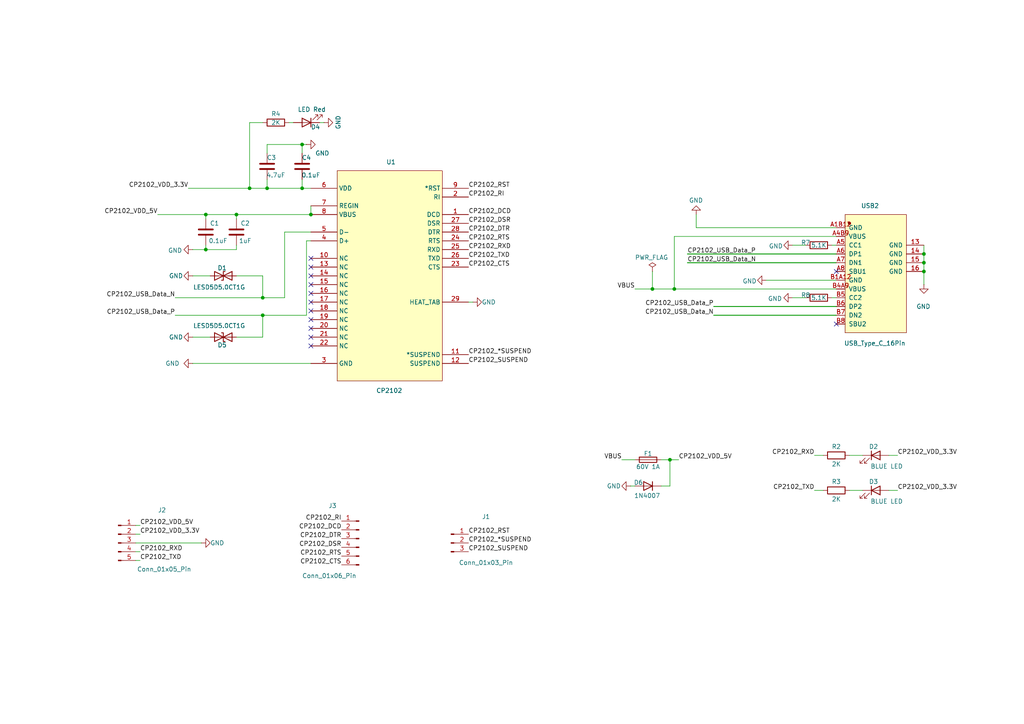
<source format=kicad_sch>
(kicad_sch
	(version 20231120)
	(generator "eeschema")
	(generator_version "8.0")
	(uuid "bb5f44ea-bd9e-480c-ba92-411494da6151")
	(paper "A4")
	(title_block
		(title "UINIO-USB-UART-CP2102")
		(date "2024-11-25")
		(rev "Version 5.0.0")
		(company "UinIO.com 电子技术实验室")
	)
	(lib_symbols
		(symbol "Connector:Conn_01x03_Pin"
			(pin_names
				(offset 1.016) hide)
			(exclude_from_sim no)
			(in_bom yes)
			(on_board yes)
			(property "Reference" "J"
				(at 0 5.08 0)
				(effects
					(font
						(size 1.27 1.27)
					)
				)
			)
			(property "Value" "Conn_01x03_Pin"
				(at 0 -5.08 0)
				(effects
					(font
						(size 1.27 1.27)
					)
				)
			)
			(property "Footprint" ""
				(at 0 0 0)
				(effects
					(font
						(size 1.27 1.27)
					)
					(hide yes)
				)
			)
			(property "Datasheet" "~"
				(at 0 0 0)
				(effects
					(font
						(size 1.27 1.27)
					)
					(hide yes)
				)
			)
			(property "Description" "Generic connector, single row, 01x03, script generated"
				(at 0 0 0)
				(effects
					(font
						(size 1.27 1.27)
					)
					(hide yes)
				)
			)
			(property "ki_locked" ""
				(at 0 0 0)
				(effects
					(font
						(size 1.27 1.27)
					)
				)
			)
			(property "ki_keywords" "connector"
				(at 0 0 0)
				(effects
					(font
						(size 1.27 1.27)
					)
					(hide yes)
				)
			)
			(property "ki_fp_filters" "Connector*:*_1x??_*"
				(at 0 0 0)
				(effects
					(font
						(size 1.27 1.27)
					)
					(hide yes)
				)
			)
			(symbol "Conn_01x03_Pin_1_1"
				(polyline
					(pts
						(xy 1.27 -2.54) (xy 0.8636 -2.54)
					)
					(stroke
						(width 0.1524)
						(type default)
					)
					(fill
						(type none)
					)
				)
				(polyline
					(pts
						(xy 1.27 0) (xy 0.8636 0)
					)
					(stroke
						(width 0.1524)
						(type default)
					)
					(fill
						(type none)
					)
				)
				(polyline
					(pts
						(xy 1.27 2.54) (xy 0.8636 2.54)
					)
					(stroke
						(width 0.1524)
						(type default)
					)
					(fill
						(type none)
					)
				)
				(rectangle
					(start 0.8636 -2.413)
					(end 0 -2.667)
					(stroke
						(width 0.1524)
						(type default)
					)
					(fill
						(type outline)
					)
				)
				(rectangle
					(start 0.8636 0.127)
					(end 0 -0.127)
					(stroke
						(width 0.1524)
						(type default)
					)
					(fill
						(type outline)
					)
				)
				(rectangle
					(start 0.8636 2.667)
					(end 0 2.413)
					(stroke
						(width 0.1524)
						(type default)
					)
					(fill
						(type outline)
					)
				)
				(pin passive line
					(at 5.08 2.54 180)
					(length 3.81)
					(name "Pin_1"
						(effects
							(font
								(size 1.27 1.27)
							)
						)
					)
					(number "1"
						(effects
							(font
								(size 1.27 1.27)
							)
						)
					)
				)
				(pin passive line
					(at 5.08 0 180)
					(length 3.81)
					(name "Pin_2"
						(effects
							(font
								(size 1.27 1.27)
							)
						)
					)
					(number "2"
						(effects
							(font
								(size 1.27 1.27)
							)
						)
					)
				)
				(pin passive line
					(at 5.08 -2.54 180)
					(length 3.81)
					(name "Pin_3"
						(effects
							(font
								(size 1.27 1.27)
							)
						)
					)
					(number "3"
						(effects
							(font
								(size 1.27 1.27)
							)
						)
					)
				)
			)
		)
		(symbol "Connector:Conn_01x05_Pin"
			(pin_names
				(offset 1.016) hide)
			(exclude_from_sim no)
			(in_bom yes)
			(on_board yes)
			(property "Reference" "J"
				(at 0 7.62 0)
				(effects
					(font
						(size 1.27 1.27)
					)
				)
			)
			(property "Value" "Conn_01x05_Pin"
				(at 0 -7.62 0)
				(effects
					(font
						(size 1.27 1.27)
					)
				)
			)
			(property "Footprint" ""
				(at 0 0 0)
				(effects
					(font
						(size 1.27 1.27)
					)
					(hide yes)
				)
			)
			(property "Datasheet" "~"
				(at 0 0 0)
				(effects
					(font
						(size 1.27 1.27)
					)
					(hide yes)
				)
			)
			(property "Description" "Generic connector, single row, 01x05, script generated"
				(at 0 0 0)
				(effects
					(font
						(size 1.27 1.27)
					)
					(hide yes)
				)
			)
			(property "ki_locked" ""
				(at 0 0 0)
				(effects
					(font
						(size 1.27 1.27)
					)
				)
			)
			(property "ki_keywords" "connector"
				(at 0 0 0)
				(effects
					(font
						(size 1.27 1.27)
					)
					(hide yes)
				)
			)
			(property "ki_fp_filters" "Connector*:*_1x??_*"
				(at 0 0 0)
				(effects
					(font
						(size 1.27 1.27)
					)
					(hide yes)
				)
			)
			(symbol "Conn_01x05_Pin_1_1"
				(polyline
					(pts
						(xy 1.27 -5.08) (xy 0.8636 -5.08)
					)
					(stroke
						(width 0.1524)
						(type default)
					)
					(fill
						(type none)
					)
				)
				(polyline
					(pts
						(xy 1.27 -2.54) (xy 0.8636 -2.54)
					)
					(stroke
						(width 0.1524)
						(type default)
					)
					(fill
						(type none)
					)
				)
				(polyline
					(pts
						(xy 1.27 0) (xy 0.8636 0)
					)
					(stroke
						(width 0.1524)
						(type default)
					)
					(fill
						(type none)
					)
				)
				(polyline
					(pts
						(xy 1.27 2.54) (xy 0.8636 2.54)
					)
					(stroke
						(width 0.1524)
						(type default)
					)
					(fill
						(type none)
					)
				)
				(polyline
					(pts
						(xy 1.27 5.08) (xy 0.8636 5.08)
					)
					(stroke
						(width 0.1524)
						(type default)
					)
					(fill
						(type none)
					)
				)
				(rectangle
					(start 0.8636 -4.953)
					(end 0 -5.207)
					(stroke
						(width 0.1524)
						(type default)
					)
					(fill
						(type outline)
					)
				)
				(rectangle
					(start 0.8636 -2.413)
					(end 0 -2.667)
					(stroke
						(width 0.1524)
						(type default)
					)
					(fill
						(type outline)
					)
				)
				(rectangle
					(start 0.8636 0.127)
					(end 0 -0.127)
					(stroke
						(width 0.1524)
						(type default)
					)
					(fill
						(type outline)
					)
				)
				(rectangle
					(start 0.8636 2.667)
					(end 0 2.413)
					(stroke
						(width 0.1524)
						(type default)
					)
					(fill
						(type outline)
					)
				)
				(rectangle
					(start 0.8636 5.207)
					(end 0 4.953)
					(stroke
						(width 0.1524)
						(type default)
					)
					(fill
						(type outline)
					)
				)
				(pin passive line
					(at 5.08 5.08 180)
					(length 3.81)
					(name "Pin_1"
						(effects
							(font
								(size 1.27 1.27)
							)
						)
					)
					(number "1"
						(effects
							(font
								(size 1.27 1.27)
							)
						)
					)
				)
				(pin passive line
					(at 5.08 2.54 180)
					(length 3.81)
					(name "Pin_2"
						(effects
							(font
								(size 1.27 1.27)
							)
						)
					)
					(number "2"
						(effects
							(font
								(size 1.27 1.27)
							)
						)
					)
				)
				(pin passive line
					(at 5.08 0 180)
					(length 3.81)
					(name "Pin_3"
						(effects
							(font
								(size 1.27 1.27)
							)
						)
					)
					(number "3"
						(effects
							(font
								(size 1.27 1.27)
							)
						)
					)
				)
				(pin passive line
					(at 5.08 -2.54 180)
					(length 3.81)
					(name "Pin_4"
						(effects
							(font
								(size 1.27 1.27)
							)
						)
					)
					(number "4"
						(effects
							(font
								(size 1.27 1.27)
							)
						)
					)
				)
				(pin passive line
					(at 5.08 -5.08 180)
					(length 3.81)
					(name "Pin_5"
						(effects
							(font
								(size 1.27 1.27)
							)
						)
					)
					(number "5"
						(effects
							(font
								(size 1.27 1.27)
							)
						)
					)
				)
			)
		)
		(symbol "Connector:Conn_01x06_Pin"
			(pin_names
				(offset 1.016) hide)
			(exclude_from_sim no)
			(in_bom yes)
			(on_board yes)
			(property "Reference" "J"
				(at 0 7.62 0)
				(effects
					(font
						(size 1.27 1.27)
					)
				)
			)
			(property "Value" "Conn_01x06_Pin"
				(at 0 -10.16 0)
				(effects
					(font
						(size 1.27 1.27)
					)
				)
			)
			(property "Footprint" ""
				(at 0 0 0)
				(effects
					(font
						(size 1.27 1.27)
					)
					(hide yes)
				)
			)
			(property "Datasheet" "~"
				(at 0 0 0)
				(effects
					(font
						(size 1.27 1.27)
					)
					(hide yes)
				)
			)
			(property "Description" "Generic connector, single row, 01x06, script generated"
				(at 0 0 0)
				(effects
					(font
						(size 1.27 1.27)
					)
					(hide yes)
				)
			)
			(property "ki_locked" ""
				(at 0 0 0)
				(effects
					(font
						(size 1.27 1.27)
					)
				)
			)
			(property "ki_keywords" "connector"
				(at 0 0 0)
				(effects
					(font
						(size 1.27 1.27)
					)
					(hide yes)
				)
			)
			(property "ki_fp_filters" "Connector*:*_1x??_*"
				(at 0 0 0)
				(effects
					(font
						(size 1.27 1.27)
					)
					(hide yes)
				)
			)
			(symbol "Conn_01x06_Pin_1_1"
				(polyline
					(pts
						(xy 1.27 -7.62) (xy 0.8636 -7.62)
					)
					(stroke
						(width 0.1524)
						(type default)
					)
					(fill
						(type none)
					)
				)
				(polyline
					(pts
						(xy 1.27 -5.08) (xy 0.8636 -5.08)
					)
					(stroke
						(width 0.1524)
						(type default)
					)
					(fill
						(type none)
					)
				)
				(polyline
					(pts
						(xy 1.27 -2.54) (xy 0.8636 -2.54)
					)
					(stroke
						(width 0.1524)
						(type default)
					)
					(fill
						(type none)
					)
				)
				(polyline
					(pts
						(xy 1.27 0) (xy 0.8636 0)
					)
					(stroke
						(width 0.1524)
						(type default)
					)
					(fill
						(type none)
					)
				)
				(polyline
					(pts
						(xy 1.27 2.54) (xy 0.8636 2.54)
					)
					(stroke
						(width 0.1524)
						(type default)
					)
					(fill
						(type none)
					)
				)
				(polyline
					(pts
						(xy 1.27 5.08) (xy 0.8636 5.08)
					)
					(stroke
						(width 0.1524)
						(type default)
					)
					(fill
						(type none)
					)
				)
				(rectangle
					(start 0.8636 -7.493)
					(end 0 -7.747)
					(stroke
						(width 0.1524)
						(type default)
					)
					(fill
						(type outline)
					)
				)
				(rectangle
					(start 0.8636 -4.953)
					(end 0 -5.207)
					(stroke
						(width 0.1524)
						(type default)
					)
					(fill
						(type outline)
					)
				)
				(rectangle
					(start 0.8636 -2.413)
					(end 0 -2.667)
					(stroke
						(width 0.1524)
						(type default)
					)
					(fill
						(type outline)
					)
				)
				(rectangle
					(start 0.8636 0.127)
					(end 0 -0.127)
					(stroke
						(width 0.1524)
						(type default)
					)
					(fill
						(type outline)
					)
				)
				(rectangle
					(start 0.8636 2.667)
					(end 0 2.413)
					(stroke
						(width 0.1524)
						(type default)
					)
					(fill
						(type outline)
					)
				)
				(rectangle
					(start 0.8636 5.207)
					(end 0 4.953)
					(stroke
						(width 0.1524)
						(type default)
					)
					(fill
						(type outline)
					)
				)
				(pin passive line
					(at 5.08 5.08 180)
					(length 3.81)
					(name "Pin_1"
						(effects
							(font
								(size 1.27 1.27)
							)
						)
					)
					(number "1"
						(effects
							(font
								(size 1.27 1.27)
							)
						)
					)
				)
				(pin passive line
					(at 5.08 2.54 180)
					(length 3.81)
					(name "Pin_2"
						(effects
							(font
								(size 1.27 1.27)
							)
						)
					)
					(number "2"
						(effects
							(font
								(size 1.27 1.27)
							)
						)
					)
				)
				(pin passive line
					(at 5.08 0 180)
					(length 3.81)
					(name "Pin_3"
						(effects
							(font
								(size 1.27 1.27)
							)
						)
					)
					(number "3"
						(effects
							(font
								(size 1.27 1.27)
							)
						)
					)
				)
				(pin passive line
					(at 5.08 -2.54 180)
					(length 3.81)
					(name "Pin_4"
						(effects
							(font
								(size 1.27 1.27)
							)
						)
					)
					(number "4"
						(effects
							(font
								(size 1.27 1.27)
							)
						)
					)
				)
				(pin passive line
					(at 5.08 -5.08 180)
					(length 3.81)
					(name "Pin_5"
						(effects
							(font
								(size 1.27 1.27)
							)
						)
					)
					(number "5"
						(effects
							(font
								(size 1.27 1.27)
							)
						)
					)
				)
				(pin passive line
					(at 5.08 -7.62 180)
					(length 3.81)
					(name "Pin_6"
						(effects
							(font
								(size 1.27 1.27)
							)
						)
					)
					(number "6"
						(effects
							(font
								(size 1.27 1.27)
							)
						)
					)
				)
			)
		)
		(symbol "Device:C"
			(pin_numbers hide)
			(pin_names
				(offset 0.254)
			)
			(exclude_from_sim no)
			(in_bom yes)
			(on_board yes)
			(property "Reference" "C"
				(at 0.635 2.54 0)
				(effects
					(font
						(size 1.27 1.27)
					)
					(justify left)
				)
			)
			(property "Value" "C"
				(at 0.635 -2.54 0)
				(effects
					(font
						(size 1.27 1.27)
					)
					(justify left)
				)
			)
			(property "Footprint" ""
				(at 0.9652 -3.81 0)
				(effects
					(font
						(size 1.27 1.27)
					)
					(hide yes)
				)
			)
			(property "Datasheet" "~"
				(at 0 0 0)
				(effects
					(font
						(size 1.27 1.27)
					)
					(hide yes)
				)
			)
			(property "Description" "Unpolarized capacitor"
				(at 0 0 0)
				(effects
					(font
						(size 1.27 1.27)
					)
					(hide yes)
				)
			)
			(property "ki_keywords" "cap capacitor"
				(at 0 0 0)
				(effects
					(font
						(size 1.27 1.27)
					)
					(hide yes)
				)
			)
			(property "ki_fp_filters" "C_*"
				(at 0 0 0)
				(effects
					(font
						(size 1.27 1.27)
					)
					(hide yes)
				)
			)
			(symbol "C_0_1"
				(polyline
					(pts
						(xy -2.032 -0.762) (xy 2.032 -0.762)
					)
					(stroke
						(width 0.508)
						(type default)
					)
					(fill
						(type none)
					)
				)
				(polyline
					(pts
						(xy -2.032 0.762) (xy 2.032 0.762)
					)
					(stroke
						(width 0.508)
						(type default)
					)
					(fill
						(type none)
					)
				)
			)
			(symbol "C_1_1"
				(pin passive line
					(at 0 3.81 270)
					(length 2.794)
					(name "~"
						(effects
							(font
								(size 1.27 1.27)
							)
						)
					)
					(number "1"
						(effects
							(font
								(size 1.27 1.27)
							)
						)
					)
				)
				(pin passive line
					(at 0 -3.81 90)
					(length 2.794)
					(name "~"
						(effects
							(font
								(size 1.27 1.27)
							)
						)
					)
					(number "2"
						(effects
							(font
								(size 1.27 1.27)
							)
						)
					)
				)
			)
		)
		(symbol "Device:Fuse"
			(pin_numbers hide)
			(pin_names
				(offset 0)
			)
			(exclude_from_sim no)
			(in_bom yes)
			(on_board yes)
			(property "Reference" "F"
				(at 2.032 0 90)
				(effects
					(font
						(size 1.27 1.27)
					)
				)
			)
			(property "Value" "Fuse"
				(at -1.905 0 90)
				(effects
					(font
						(size 1.27 1.27)
					)
				)
			)
			(property "Footprint" ""
				(at -1.778 0 90)
				(effects
					(font
						(size 1.27 1.27)
					)
					(hide yes)
				)
			)
			(property "Datasheet" "~"
				(at 0 0 0)
				(effects
					(font
						(size 1.27 1.27)
					)
					(hide yes)
				)
			)
			(property "Description" "Fuse"
				(at 0 0 0)
				(effects
					(font
						(size 1.27 1.27)
					)
					(hide yes)
				)
			)
			(property "ki_keywords" "fuse"
				(at 0 0 0)
				(effects
					(font
						(size 1.27 1.27)
					)
					(hide yes)
				)
			)
			(property "ki_fp_filters" "*Fuse*"
				(at 0 0 0)
				(effects
					(font
						(size 1.27 1.27)
					)
					(hide yes)
				)
			)
			(symbol "Fuse_0_1"
				(rectangle
					(start -0.762 -2.54)
					(end 0.762 2.54)
					(stroke
						(width 0.254)
						(type default)
					)
					(fill
						(type none)
					)
				)
				(polyline
					(pts
						(xy 0 2.54) (xy 0 -2.54)
					)
					(stroke
						(width 0)
						(type default)
					)
					(fill
						(type none)
					)
				)
			)
			(symbol "Fuse_1_1"
				(pin passive line
					(at 0 3.81 270)
					(length 1.27)
					(name "~"
						(effects
							(font
								(size 1.27 1.27)
							)
						)
					)
					(number "1"
						(effects
							(font
								(size 1.27 1.27)
							)
						)
					)
				)
				(pin passive line
					(at 0 -3.81 90)
					(length 1.27)
					(name "~"
						(effects
							(font
								(size 1.27 1.27)
							)
						)
					)
					(number "2"
						(effects
							(font
								(size 1.27 1.27)
							)
						)
					)
				)
			)
		)
		(symbol "Device:LED"
			(pin_numbers hide)
			(pin_names
				(offset 1.016) hide)
			(exclude_from_sim no)
			(in_bom yes)
			(on_board yes)
			(property "Reference" "D"
				(at 0 2.54 0)
				(effects
					(font
						(size 1.27 1.27)
					)
				)
			)
			(property "Value" "LED"
				(at 0 -2.54 0)
				(effects
					(font
						(size 1.27 1.27)
					)
				)
			)
			(property "Footprint" ""
				(at 0 0 0)
				(effects
					(font
						(size 1.27 1.27)
					)
					(hide yes)
				)
			)
			(property "Datasheet" "~"
				(at 0 0 0)
				(effects
					(font
						(size 1.27 1.27)
					)
					(hide yes)
				)
			)
			(property "Description" "Light emitting diode"
				(at 0 0 0)
				(effects
					(font
						(size 1.27 1.27)
					)
					(hide yes)
				)
			)
			(property "ki_keywords" "LED diode"
				(at 0 0 0)
				(effects
					(font
						(size 1.27 1.27)
					)
					(hide yes)
				)
			)
			(property "ki_fp_filters" "LED* LED_SMD:* LED_THT:*"
				(at 0 0 0)
				(effects
					(font
						(size 1.27 1.27)
					)
					(hide yes)
				)
			)
			(symbol "LED_0_1"
				(polyline
					(pts
						(xy -1.27 -1.27) (xy -1.27 1.27)
					)
					(stroke
						(width 0.254)
						(type default)
					)
					(fill
						(type none)
					)
				)
				(polyline
					(pts
						(xy -1.27 0) (xy 1.27 0)
					)
					(stroke
						(width 0)
						(type default)
					)
					(fill
						(type none)
					)
				)
				(polyline
					(pts
						(xy 1.27 -1.27) (xy 1.27 1.27) (xy -1.27 0) (xy 1.27 -1.27)
					)
					(stroke
						(width 0.254)
						(type default)
					)
					(fill
						(type none)
					)
				)
				(polyline
					(pts
						(xy -3.048 -0.762) (xy -4.572 -2.286) (xy -3.81 -2.286) (xy -4.572 -2.286) (xy -4.572 -1.524)
					)
					(stroke
						(width 0)
						(type default)
					)
					(fill
						(type none)
					)
				)
				(polyline
					(pts
						(xy -1.778 -0.762) (xy -3.302 -2.286) (xy -2.54 -2.286) (xy -3.302 -2.286) (xy -3.302 -1.524)
					)
					(stroke
						(width 0)
						(type default)
					)
					(fill
						(type none)
					)
				)
			)
			(symbol "LED_1_1"
				(pin passive line
					(at -3.81 0 0)
					(length 2.54)
					(name "K"
						(effects
							(font
								(size 1.27 1.27)
							)
						)
					)
					(number "1"
						(effects
							(font
								(size 1.27 1.27)
							)
						)
					)
				)
				(pin passive line
					(at 3.81 0 180)
					(length 2.54)
					(name "A"
						(effects
							(font
								(size 1.27 1.27)
							)
						)
					)
					(number "2"
						(effects
							(font
								(size 1.27 1.27)
							)
						)
					)
				)
			)
		)
		(symbol "Device:R"
			(pin_numbers hide)
			(pin_names
				(offset 0)
			)
			(exclude_from_sim no)
			(in_bom yes)
			(on_board yes)
			(property "Reference" "R"
				(at 2.032 0 90)
				(effects
					(font
						(size 1.27 1.27)
					)
				)
			)
			(property "Value" "R"
				(at 0 0 90)
				(effects
					(font
						(size 1.27 1.27)
					)
				)
			)
			(property "Footprint" ""
				(at -1.778 0 90)
				(effects
					(font
						(size 1.27 1.27)
					)
					(hide yes)
				)
			)
			(property "Datasheet" "~"
				(at 0 0 0)
				(effects
					(font
						(size 1.27 1.27)
					)
					(hide yes)
				)
			)
			(property "Description" "Resistor"
				(at 0 0 0)
				(effects
					(font
						(size 1.27 1.27)
					)
					(hide yes)
				)
			)
			(property "ki_keywords" "R res resistor"
				(at 0 0 0)
				(effects
					(font
						(size 1.27 1.27)
					)
					(hide yes)
				)
			)
			(property "ki_fp_filters" "R_*"
				(at 0 0 0)
				(effects
					(font
						(size 1.27 1.27)
					)
					(hide yes)
				)
			)
			(symbol "R_0_1"
				(rectangle
					(start -1.016 -2.54)
					(end 1.016 2.54)
					(stroke
						(width 0.254)
						(type default)
					)
					(fill
						(type none)
					)
				)
			)
			(symbol "R_1_1"
				(pin passive line
					(at 0 3.81 270)
					(length 1.27)
					(name "~"
						(effects
							(font
								(size 1.27 1.27)
							)
						)
					)
					(number "1"
						(effects
							(font
								(size 1.27 1.27)
							)
						)
					)
				)
				(pin passive line
					(at 0 -3.81 90)
					(length 1.27)
					(name "~"
						(effects
							(font
								(size 1.27 1.27)
							)
						)
					)
					(number "2"
						(effects
							(font
								(size 1.27 1.27)
							)
						)
					)
				)
			)
		)
		(symbol "Diode:1N4007"
			(pin_numbers hide)
			(pin_names hide)
			(exclude_from_sim no)
			(in_bom yes)
			(on_board yes)
			(property "Reference" "D"
				(at 0 2.54 0)
				(effects
					(font
						(size 1.27 1.27)
					)
				)
			)
			(property "Value" "1N4007"
				(at 0 -2.54 0)
				(effects
					(font
						(size 1.27 1.27)
					)
				)
			)
			(property "Footprint" "Diode_THT:D_DO-41_SOD81_P10.16mm_Horizontal"
				(at 0 -4.445 0)
				(effects
					(font
						(size 1.27 1.27)
					)
					(hide yes)
				)
			)
			(property "Datasheet" "http://www.vishay.com/docs/88503/1n4001.pdf"
				(at 0 0 0)
				(effects
					(font
						(size 1.27 1.27)
					)
					(hide yes)
				)
			)
			(property "Description" "1000V 1A General Purpose Rectifier Diode, DO-41"
				(at 0 0 0)
				(effects
					(font
						(size 1.27 1.27)
					)
					(hide yes)
				)
			)
			(property "Sim.Device" "D"
				(at 0 0 0)
				(effects
					(font
						(size 1.27 1.27)
					)
					(hide yes)
				)
			)
			(property "Sim.Pins" "1=K 2=A"
				(at 0 0 0)
				(effects
					(font
						(size 1.27 1.27)
					)
					(hide yes)
				)
			)
			(property "ki_keywords" "diode"
				(at 0 0 0)
				(effects
					(font
						(size 1.27 1.27)
					)
					(hide yes)
				)
			)
			(property "ki_fp_filters" "D*DO?41*"
				(at 0 0 0)
				(effects
					(font
						(size 1.27 1.27)
					)
					(hide yes)
				)
			)
			(symbol "1N4007_0_1"
				(polyline
					(pts
						(xy -1.27 1.27) (xy -1.27 -1.27)
					)
					(stroke
						(width 0.254)
						(type default)
					)
					(fill
						(type none)
					)
				)
				(polyline
					(pts
						(xy 1.27 0) (xy -1.27 0)
					)
					(stroke
						(width 0)
						(type default)
					)
					(fill
						(type none)
					)
				)
				(polyline
					(pts
						(xy 1.27 1.27) (xy 1.27 -1.27) (xy -1.27 0) (xy 1.27 1.27)
					)
					(stroke
						(width 0.254)
						(type default)
					)
					(fill
						(type none)
					)
				)
			)
			(symbol "1N4007_1_1"
				(pin passive line
					(at -3.81 0 0)
					(length 2.54)
					(name "K"
						(effects
							(font
								(size 1.27 1.27)
							)
						)
					)
					(number "1"
						(effects
							(font
								(size 1.27 1.27)
							)
						)
					)
				)
				(pin passive line
					(at 3.81 0 180)
					(length 2.54)
					(name "A"
						(effects
							(font
								(size 1.27 1.27)
							)
						)
					)
					(number "2"
						(effects
							(font
								(size 1.27 1.27)
							)
						)
					)
				)
			)
		)
		(symbol "Diode:1N630xCA"
			(pin_numbers hide)
			(pin_names
				(offset 1.016) hide)
			(exclude_from_sim no)
			(in_bom yes)
			(on_board yes)
			(property "Reference" "D"
				(at 0 2.54 0)
				(effects
					(font
						(size 1.27 1.27)
					)
				)
			)
			(property "Value" "1N630xCA"
				(at 0 -2.54 0)
				(effects
					(font
						(size 1.27 1.27)
					)
				)
			)
			(property "Footprint" "Diode_THT:D_DO-201AE_P15.24mm_Horizontal"
				(at 0 -5.08 0)
				(effects
					(font
						(size 1.27 1.27)
					)
					(hide yes)
				)
			)
			(property "Datasheet" "https://www.vishay.com/docs/88301/15ke.pdf"
				(at 0 0 0)
				(effects
					(font
						(size 1.27 1.27)
					)
					(hide yes)
				)
			)
			(property "Description" "1500W bidirectional TRANSZORB® Transient Voltage Suppressor, DO-201AE"
				(at 0 0 0)
				(effects
					(font
						(size 1.27 1.27)
					)
					(hide yes)
				)
			)
			(property "ki_keywords" "diode TVS voltage suppressor"
				(at 0 0 0)
				(effects
					(font
						(size 1.27 1.27)
					)
					(hide yes)
				)
			)
			(property "ki_fp_filters" "D?DO?201AE*"
				(at 0 0 0)
				(effects
					(font
						(size 1.27 1.27)
					)
					(hide yes)
				)
			)
			(symbol "1N630xCA_0_1"
				(polyline
					(pts
						(xy 1.27 0) (xy -1.27 0)
					)
					(stroke
						(width 0)
						(type default)
					)
					(fill
						(type none)
					)
				)
				(polyline
					(pts
						(xy -2.54 -1.27) (xy 0 0) (xy -2.54 1.27) (xy -2.54 -1.27)
					)
					(stroke
						(width 0.254)
						(type default)
					)
					(fill
						(type none)
					)
				)
				(polyline
					(pts
						(xy 0.508 1.27) (xy 0 1.27) (xy 0 -1.27) (xy -0.508 -1.27)
					)
					(stroke
						(width 0.254)
						(type default)
					)
					(fill
						(type none)
					)
				)
				(polyline
					(pts
						(xy 2.54 1.27) (xy 2.54 -1.27) (xy 0 0) (xy 2.54 1.27)
					)
					(stroke
						(width 0.254)
						(type default)
					)
					(fill
						(type none)
					)
				)
			)
			(symbol "1N630xCA_1_1"
				(pin passive line
					(at -3.81 0 0)
					(length 2.54)
					(name "A1"
						(effects
							(font
								(size 1.27 1.27)
							)
						)
					)
					(number "1"
						(effects
							(font
								(size 1.27 1.27)
							)
						)
					)
				)
				(pin passive line
					(at 3.81 0 180)
					(length 2.54)
					(name "A2"
						(effects
							(font
								(size 1.27 1.27)
							)
						)
					)
					(number "2"
						(effects
							(font
								(size 1.27 1.27)
							)
						)
					)
				)
			)
		)
		(symbol "Uinio:CP2102"
			(exclude_from_sim no)
			(in_bom yes)
			(on_board yes)
			(property "Reference" "U2"
				(at 7.62 0 0)
				(effects
					(font
						(size 1.27 1.27)
					)
					(justify left bottom)
				)
			)
			(property "Value" "CP2102"
				(at 7.62 -63.5 0)
				(effects
					(font
						(size 1.27 1.27)
					)
					(justify left bottom)
				)
			)
			(property "Footprint" "Uinio:QFN-28_L5.0-W5.0-P0.50-TL-EP3.3"
				(at 0 0 0)
				(effects
					(font
						(size 1.27 1.27)
					)
					(hide yes)
				)
			)
			(property "Datasheet" ""
				(at 0 0 0)
				(effects
					(font
						(size 1.27 1.27)
					)
					(hide yes)
				)
			)
			(property "Description" "USB转TTL"
				(at 0 0 0)
				(effects
					(font
						(size 1.27 1.27)
					)
					(hide yes)
				)
			)
			(property "MFG #1" "SILICON LABS"
				(at 0 0 0)
				(effects
					(font
						(size 1.27 1.27)
					)
					(justify left bottom)
					(hide yes)
				)
			)
			(property "PART DESC" "SINGLE-CHIP USB TO UART BRIDGE, QFN28, RoHS."
				(at 0 0 0)
				(effects
					(font
						(size 1.27 1.27)
					)
					(justify left bottom)
					(hide yes)
				)
			)
			(property "PART NUMBER" "CP2102"
				(at 0 0 0)
				(effects
					(font
						(size 1.27 1.27)
					)
					(justify left bottom)
					(hide yes)
				)
			)
			(property "ALTIUM_VALUE" "Value"
				(at 35.56 7.62 0)
				(effects
					(font
						(size 1.27 1.27)
					)
					(justify left bottom)
					(hide yes)
				)
			)
			(property "REFDES" "RefDes"
				(at 35.56 10.16 0)
				(effects
					(font
						(size 1.27 1.27)
					)
					(justify left bottom)
					(hide yes)
				)
			)
			(property "TYPE" "DEV"
				(at 35.56 7.62 0)
				(effects
					(font
						(size 1.27 1.27)
					)
					(justify left bottom)
					(hide yes)
				)
			)
			(property "ki_fp_filters" "QFN-28"
				(at 0 0 0)
				(effects
					(font
						(size 1.27 1.27)
					)
					(hide yes)
				)
			)
			(symbol "CP2102_1_0"
				(rectangle
					(start 38.1 0)
					(end 7.62 -60.96)
					(stroke
						(width 0)
						(type default)
					)
					(fill
						(type background)
					)
				)
				(pin passive line
					(at 45.72 -12.7 180)
					(length 7.62)
					(name "DCD"
						(effects
							(font
								(size 1.27 1.27)
							)
						)
					)
					(number "1"
						(effects
							(font
								(size 1.27 1.27)
							)
						)
					)
				)
				(pin passive line
					(at 0 -25.4 0)
					(length 7.62)
					(name "NC"
						(effects
							(font
								(size 1.27 1.27)
							)
						)
					)
					(number "10"
						(effects
							(font
								(size 1.27 1.27)
							)
						)
					)
				)
				(pin passive line
					(at 45.72 -53.34 180)
					(length 7.62)
					(name "*SUSPEND"
						(effects
							(font
								(size 1.27 1.27)
							)
						)
					)
					(number "11"
						(effects
							(font
								(size 1.27 1.27)
							)
						)
					)
				)
				(pin passive line
					(at 45.72 -55.88 180)
					(length 7.62)
					(name "SUSPEND"
						(effects
							(font
								(size 1.27 1.27)
							)
						)
					)
					(number "12"
						(effects
							(font
								(size 1.27 1.27)
							)
						)
					)
				)
				(pin passive line
					(at 0 -27.94 0)
					(length 7.62)
					(name "NC"
						(effects
							(font
								(size 1.27 1.27)
							)
						)
					)
					(number "13"
						(effects
							(font
								(size 1.27 1.27)
							)
						)
					)
				)
				(pin passive line
					(at 0 -30.48 0)
					(length 7.62)
					(name "NC"
						(effects
							(font
								(size 1.27 1.27)
							)
						)
					)
					(number "14"
						(effects
							(font
								(size 1.27 1.27)
							)
						)
					)
				)
				(pin passive line
					(at 0 -33.02 0)
					(length 7.62)
					(name "NC"
						(effects
							(font
								(size 1.27 1.27)
							)
						)
					)
					(number "15"
						(effects
							(font
								(size 1.27 1.27)
							)
						)
					)
				)
				(pin passive line
					(at 0 -35.56 0)
					(length 7.62)
					(name "NC"
						(effects
							(font
								(size 1.27 1.27)
							)
						)
					)
					(number "16"
						(effects
							(font
								(size 1.27 1.27)
							)
						)
					)
				)
				(pin passive line
					(at 0 -38.1 0)
					(length 7.62)
					(name "NC"
						(effects
							(font
								(size 1.27 1.27)
							)
						)
					)
					(number "17"
						(effects
							(font
								(size 1.27 1.27)
							)
						)
					)
				)
				(pin passive line
					(at 0 -40.64 0)
					(length 7.62)
					(name "NC"
						(effects
							(font
								(size 1.27 1.27)
							)
						)
					)
					(number "18"
						(effects
							(font
								(size 1.27 1.27)
							)
						)
					)
				)
				(pin passive line
					(at 0 -43.18 0)
					(length 7.62)
					(name "NC"
						(effects
							(font
								(size 1.27 1.27)
							)
						)
					)
					(number "19"
						(effects
							(font
								(size 1.27 1.27)
							)
						)
					)
				)
				(pin passive line
					(at 45.72 -7.62 180)
					(length 7.62)
					(name "RI"
						(effects
							(font
								(size 1.27 1.27)
							)
						)
					)
					(number "2"
						(effects
							(font
								(size 1.27 1.27)
							)
						)
					)
				)
				(pin passive line
					(at 0 -45.72 0)
					(length 7.62)
					(name "NC"
						(effects
							(font
								(size 1.27 1.27)
							)
						)
					)
					(number "20"
						(effects
							(font
								(size 1.27 1.27)
							)
						)
					)
				)
				(pin passive line
					(at 0 -48.26 0)
					(length 7.62)
					(name "NC"
						(effects
							(font
								(size 1.27 1.27)
							)
						)
					)
					(number "21"
						(effects
							(font
								(size 1.27 1.27)
							)
						)
					)
				)
				(pin passive line
					(at 0 -50.8 0)
					(length 7.62)
					(name "NC"
						(effects
							(font
								(size 1.27 1.27)
							)
						)
					)
					(number "22"
						(effects
							(font
								(size 1.27 1.27)
							)
						)
					)
				)
				(pin passive line
					(at 45.72 -27.94 180)
					(length 7.62)
					(name "CTS"
						(effects
							(font
								(size 1.27 1.27)
							)
						)
					)
					(number "23"
						(effects
							(font
								(size 1.27 1.27)
							)
						)
					)
				)
				(pin passive line
					(at 45.72 -20.32 180)
					(length 7.62)
					(name "RTS"
						(effects
							(font
								(size 1.27 1.27)
							)
						)
					)
					(number "24"
						(effects
							(font
								(size 1.27 1.27)
							)
						)
					)
				)
				(pin passive line
					(at 45.72 -22.86 180)
					(length 7.62)
					(name "RXD"
						(effects
							(font
								(size 1.27 1.27)
							)
						)
					)
					(number "25"
						(effects
							(font
								(size 1.27 1.27)
							)
						)
					)
				)
				(pin passive line
					(at 45.72 -25.4 180)
					(length 7.62)
					(name "TXD"
						(effects
							(font
								(size 1.27 1.27)
							)
						)
					)
					(number "26"
						(effects
							(font
								(size 1.27 1.27)
							)
						)
					)
				)
				(pin passive line
					(at 45.72 -15.24 180)
					(length 7.62)
					(name "DSR"
						(effects
							(font
								(size 1.27 1.27)
							)
						)
					)
					(number "27"
						(effects
							(font
								(size 1.27 1.27)
							)
						)
					)
				)
				(pin passive line
					(at 45.72 -17.78 180)
					(length 7.62)
					(name "DTR"
						(effects
							(font
								(size 1.27 1.27)
							)
						)
					)
					(number "28"
						(effects
							(font
								(size 1.27 1.27)
							)
						)
					)
				)
				(pin passive line
					(at 45.72 -38.1 180)
					(length 7.62)
					(name "HEAT_TAB"
						(effects
							(font
								(size 1.27 1.27)
							)
						)
					)
					(number "29"
						(effects
							(font
								(size 1.27 1.27)
							)
						)
					)
				)
				(pin passive line
					(at 0 -55.88 0)
					(length 7.62)
					(name "GND"
						(effects
							(font
								(size 1.27 1.27)
							)
						)
					)
					(number "3"
						(effects
							(font
								(size 1.27 1.27)
							)
						)
					)
				)
				(pin passive line
					(at 0 -20.32 0)
					(length 7.62)
					(name "D+"
						(effects
							(font
								(size 1.27 1.27)
							)
						)
					)
					(number "4"
						(effects
							(font
								(size 1.27 1.27)
							)
						)
					)
				)
				(pin passive line
					(at 0 -17.78 0)
					(length 7.62)
					(name "D-"
						(effects
							(font
								(size 1.27 1.27)
							)
						)
					)
					(number "5"
						(effects
							(font
								(size 1.27 1.27)
							)
						)
					)
				)
				(pin passive line
					(at 0 -5.08 0)
					(length 7.62)
					(name "VDD"
						(effects
							(font
								(size 1.27 1.27)
							)
						)
					)
					(number "6"
						(effects
							(font
								(size 1.27 1.27)
							)
						)
					)
				)
				(pin passive line
					(at 0 -10.16 0)
					(length 7.62)
					(name "REGIN"
						(effects
							(font
								(size 1.27 1.27)
							)
						)
					)
					(number "7"
						(effects
							(font
								(size 1.27 1.27)
							)
						)
					)
				)
				(pin passive line
					(at 0 -12.7 0)
					(length 7.62)
					(name "VBUS"
						(effects
							(font
								(size 1.27 1.27)
							)
						)
					)
					(number "8"
						(effects
							(font
								(size 1.27 1.27)
							)
						)
					)
				)
				(pin passive line
					(at 45.72 -5.08 180)
					(length 7.62)
					(name "*RST"
						(effects
							(font
								(size 1.27 1.27)
							)
						)
					)
					(number "9"
						(effects
							(font
								(size 1.27 1.27)
							)
						)
					)
				)
			)
		)
		(symbol "Uinio:USB_Type_C_16Pin"
			(pin_names
				(offset 1.016)
			)
			(exclude_from_sim no)
			(in_bom yes)
			(on_board yes)
			(property "Reference" "USB"
				(at 0 19.05 0)
				(effects
					(font
						(size 1.27 1.27)
					)
				)
			)
			(property "Value" "USB_Type_C_16Pin"
				(at 0 24.13 0)
				(effects
					(font
						(size 1.27 1.27)
					)
				)
			)
			(property "Footprint" "Uinio:USB-C-SMD_TYPEC-304J-BCP16"
				(at 0 13.97 0)
				(effects
					(font
						(size 1.27 1.27)
					)
					(hide yes)
				)
			)
			(property "Datasheet" ""
				(at 0 8.89 0)
				(effects
					(font
						(size 1.27 1.27)
					)
					(hide yes)
				)
			)
			(property "Description" ""
				(at 0 0 0)
				(effects
					(font
						(size 1.27 1.27)
					)
					(hide yes)
				)
			)
			(property "SuppliersPartNumber" "C2835315"
				(at 0 3.81 0)
				(effects
					(font
						(size 1.27 1.27)
					)
					(hide yes)
				)
			)
			(property "uuid" "std:a4a246a50f944769b2896c50f579360f"
				(at 0 3.81 0)
				(effects
					(font
						(size 1.27 1.27)
					)
					(hide yes)
				)
			)
			(symbol "USB_Type_C_16Pin_1_1"
				(rectangle
					(start -10.16 16.51)
					(end 7.62 -17.78)
					(stroke
						(width 0.1524)
						(type default)
					)
					(fill
						(type background)
					)
				)
				(circle
					(center -8.89 13.97)
					(radius 0.381)
					(stroke
						(width 0.1524)
						(type default)
					)
					(fill
						(type outline)
					)
				)
				(pin input line
					(at 12.7 7.62 180)
					(length 5.08)
					(name "GND"
						(effects
							(font
								(size 1.27 1.27)
							)
						)
					)
					(number "13"
						(effects
							(font
								(size 1.27 1.27)
							)
						)
					)
				)
				(pin input line
					(at 12.7 5.08 180)
					(length 5.08)
					(name "GND"
						(effects
							(font
								(size 1.27 1.27)
							)
						)
					)
					(number "14"
						(effects
							(font
								(size 1.27 1.27)
							)
						)
					)
				)
				(pin input line
					(at 12.7 2.54 180)
					(length 5.08)
					(name "GND"
						(effects
							(font
								(size 1.27 1.27)
							)
						)
					)
					(number "15"
						(effects
							(font
								(size 1.27 1.27)
							)
						)
					)
				)
				(pin input line
					(at 12.7 0 180)
					(length 5.08)
					(name "GND"
						(effects
							(font
								(size 1.27 1.27)
							)
						)
					)
					(number "16"
						(effects
							(font
								(size 1.27 1.27)
							)
						)
					)
				)
				(pin input line
					(at -12.7 12.7 0)
					(length 2.54)
					(name "GND"
						(effects
							(font
								(size 1.27 1.27)
							)
						)
					)
					(number "A1B12"
						(effects
							(font
								(size 1.27 1.27)
							)
						)
					)
				)
				(pin input line
					(at -12.7 10.16 0)
					(length 2.54)
					(name "VBUS"
						(effects
							(font
								(size 1.27 1.27)
							)
						)
					)
					(number "A4B9"
						(effects
							(font
								(size 1.27 1.27)
							)
						)
					)
				)
				(pin input line
					(at -12.7 7.62 0)
					(length 2.54)
					(name "CC1"
						(effects
							(font
								(size 1.27 1.27)
							)
						)
					)
					(number "A5"
						(effects
							(font
								(size 1.27 1.27)
							)
						)
					)
				)
				(pin input line
					(at -12.7 5.08 0)
					(length 2.54)
					(name "DP1"
						(effects
							(font
								(size 1.27 1.27)
							)
						)
					)
					(number "A6"
						(effects
							(font
								(size 1.27 1.27)
							)
						)
					)
				)
				(pin input line
					(at -12.7 2.54 0)
					(length 2.54)
					(name "DN1"
						(effects
							(font
								(size 1.27 1.27)
							)
						)
					)
					(number "A7"
						(effects
							(font
								(size 1.27 1.27)
							)
						)
					)
				)
				(pin input line
					(at -12.7 0 0)
					(length 2.54)
					(name "SBU1"
						(effects
							(font
								(size 1.27 1.27)
							)
						)
					)
					(number "A8"
						(effects
							(font
								(size 1.27 1.27)
							)
						)
					)
				)
				(pin input line
					(at -12.7 -2.54 0)
					(length 2.54)
					(name "GND"
						(effects
							(font
								(size 1.27 1.27)
							)
						)
					)
					(number "B1A12"
						(effects
							(font
								(size 1.27 1.27)
							)
						)
					)
				)
				(pin input line
					(at -12.7 -5.08 0)
					(length 2.54)
					(name "VBUS"
						(effects
							(font
								(size 1.27 1.27)
							)
						)
					)
					(number "B4A9"
						(effects
							(font
								(size 1.27 1.27)
							)
						)
					)
				)
				(pin input line
					(at -12.7 -7.62 0)
					(length 2.54)
					(name "CC2"
						(effects
							(font
								(size 1.27 1.27)
							)
						)
					)
					(number "B5"
						(effects
							(font
								(size 1.27 1.27)
							)
						)
					)
				)
				(pin input line
					(at -12.7 -10.16 0)
					(length 2.54)
					(name "DP2"
						(effects
							(font
								(size 1.27 1.27)
							)
						)
					)
					(number "B6"
						(effects
							(font
								(size 1.27 1.27)
							)
						)
					)
				)
				(pin input line
					(at -12.7 -12.7 0)
					(length 2.54)
					(name "DN2"
						(effects
							(font
								(size 1.27 1.27)
							)
						)
					)
					(number "B7"
						(effects
							(font
								(size 1.27 1.27)
							)
						)
					)
				)
				(pin input line
					(at -12.7 -15.24 0)
					(length 2.54)
					(name "SBU2"
						(effects
							(font
								(size 1.27 1.27)
							)
						)
					)
					(number "B8"
						(effects
							(font
								(size 1.27 1.27)
							)
						)
					)
				)
			)
		)
		(symbol "power:GND"
			(power)
			(pin_numbers hide)
			(pin_names
				(offset 0) hide)
			(exclude_from_sim no)
			(in_bom yes)
			(on_board yes)
			(property "Reference" "#PWR"
				(at 0 -6.35 0)
				(effects
					(font
						(size 1.27 1.27)
					)
					(hide yes)
				)
			)
			(property "Value" "GND"
				(at 0 -3.81 0)
				(effects
					(font
						(size 1.27 1.27)
					)
				)
			)
			(property "Footprint" ""
				(at 0 0 0)
				(effects
					(font
						(size 1.27 1.27)
					)
					(hide yes)
				)
			)
			(property "Datasheet" ""
				(at 0 0 0)
				(effects
					(font
						(size 1.27 1.27)
					)
					(hide yes)
				)
			)
			(property "Description" "Power symbol creates a global label with name \"GND\" , ground"
				(at 0 0 0)
				(effects
					(font
						(size 1.27 1.27)
					)
					(hide yes)
				)
			)
			(property "ki_keywords" "global power"
				(at 0 0 0)
				(effects
					(font
						(size 1.27 1.27)
					)
					(hide yes)
				)
			)
			(symbol "GND_0_1"
				(polyline
					(pts
						(xy 0 0) (xy 0 -1.27) (xy 1.27 -1.27) (xy 0 -2.54) (xy -1.27 -1.27) (xy 0 -1.27)
					)
					(stroke
						(width 0)
						(type default)
					)
					(fill
						(type none)
					)
				)
			)
			(symbol "GND_1_1"
				(pin power_in line
					(at 0 0 270)
					(length 0)
					(name "~"
						(effects
							(font
								(size 1.27 1.27)
							)
						)
					)
					(number "1"
						(effects
							(font
								(size 1.27 1.27)
							)
						)
					)
				)
			)
		)
		(symbol "power:PWR_FLAG"
			(power)
			(pin_numbers hide)
			(pin_names
				(offset 0) hide)
			(exclude_from_sim no)
			(in_bom yes)
			(on_board yes)
			(property "Reference" "#FLG"
				(at 0 1.905 0)
				(effects
					(font
						(size 1.27 1.27)
					)
					(hide yes)
				)
			)
			(property "Value" "PWR_FLAG"
				(at 0 3.81 0)
				(effects
					(font
						(size 1.27 1.27)
					)
				)
			)
			(property "Footprint" ""
				(at 0 0 0)
				(effects
					(font
						(size 1.27 1.27)
					)
					(hide yes)
				)
			)
			(property "Datasheet" "~"
				(at 0 0 0)
				(effects
					(font
						(size 1.27 1.27)
					)
					(hide yes)
				)
			)
			(property "Description" "Special symbol for telling ERC where power comes from"
				(at 0 0 0)
				(effects
					(font
						(size 1.27 1.27)
					)
					(hide yes)
				)
			)
			(property "ki_keywords" "flag power"
				(at 0 0 0)
				(effects
					(font
						(size 1.27 1.27)
					)
					(hide yes)
				)
			)
			(symbol "PWR_FLAG_0_0"
				(pin power_out line
					(at 0 0 90)
					(length 0)
					(name "~"
						(effects
							(font
								(size 1.27 1.27)
							)
						)
					)
					(number "1"
						(effects
							(font
								(size 1.27 1.27)
							)
						)
					)
				)
			)
			(symbol "PWR_FLAG_0_1"
				(polyline
					(pts
						(xy 0 0) (xy 0 1.27) (xy -1.016 1.905) (xy 0 2.54) (xy 1.016 1.905) (xy 0 1.27)
					)
					(stroke
						(width 0)
						(type default)
					)
					(fill
						(type none)
					)
				)
			)
		)
	)
	(junction
		(at 76.2 86.36)
		(diameter 0)
		(color 0 0 0 0)
		(uuid "06626acf-f31f-407b-a26a-e6f2e8614eb8")
	)
	(junction
		(at 59.69 72.39)
		(diameter 0)
		(color 0 0 0 0)
		(uuid "09b32f24-eecd-45b2-a18f-25424b0502b2")
	)
	(junction
		(at 59.69 62.23)
		(diameter 0)
		(color 0 0 0 0)
		(uuid "182939ed-5b58-41d8-8073-76fc0aa61ac8")
	)
	(junction
		(at 189.23 83.82)
		(diameter 0)
		(color 0 0 0 0)
		(uuid "2bc64780-7008-4eec-88b2-780081113b4d")
	)
	(junction
		(at 90.17 62.23)
		(diameter 0)
		(color 0 0 0 0)
		(uuid "30b156b0-0d85-4337-a078-3e1bfd6998f8")
	)
	(junction
		(at 194.31 133.35)
		(diameter 0)
		(color 0 0 0 0)
		(uuid "5a5645e9-4b95-4efa-a734-9a416ffda179")
	)
	(junction
		(at 87.63 54.61)
		(diameter 0)
		(color 0 0 0 0)
		(uuid "72127208-1a6d-464e-bcfe-5aecbd98ccba")
	)
	(junction
		(at 87.63 41.91)
		(diameter 0)
		(color 0 0 0 0)
		(uuid "782628c7-64d5-479f-b5d8-988dd9ad6244")
	)
	(junction
		(at 76.2 91.44)
		(diameter 0)
		(color 0 0 0 0)
		(uuid "7e33f025-c14f-462d-a35a-f18e2b4a408e")
	)
	(junction
		(at 68.58 62.23)
		(diameter 0)
		(color 0 0 0 0)
		(uuid "a7a25d71-dd01-4feb-b2a5-47369c2a1c9f")
	)
	(junction
		(at 267.97 73.66)
		(diameter 0)
		(color 0 0 0 0)
		(uuid "b24ef6a7-7200-4b3c-9aa5-60ae2ebdb99f")
	)
	(junction
		(at 195.58 83.82)
		(diameter 0)
		(color 0 0 0 0)
		(uuid "b25d517e-3f79-4a70-9b7a-6fca3a54356c")
	)
	(junction
		(at 267.97 76.2)
		(diameter 0)
		(color 0 0 0 0)
		(uuid "cb715a68-a82d-43ce-b425-68d8ea667818")
	)
	(junction
		(at 77.47 54.61)
		(diameter 0)
		(color 0 0 0 0)
		(uuid "e1c059a0-77a9-4a32-97eb-61609ca6299d")
	)
	(junction
		(at 72.39 54.61)
		(diameter 0)
		(color 0 0 0 0)
		(uuid "e8ed752b-6af2-4696-94bb-eadda77aea67")
	)
	(junction
		(at 267.97 78.74)
		(diameter 0)
		(color 0 0 0 0)
		(uuid "e93a3685-afdc-4fbb-8cdd-4b48889adbb7")
	)
	(no_connect
		(at 242.57 93.98)
		(uuid "86c37f8d-082c-40b9-9c27-6ff96bf3f212")
	)
	(no_connect
		(at 90.17 97.79)
		(uuid "96e5230a-b0cf-4d2f-bdc7-695603b6f5c6")
	)
	(no_connect
		(at 90.17 100.33)
		(uuid "96e5230a-b0cf-4d2f-bdc7-695603b6f5c7")
	)
	(no_connect
		(at 90.17 92.71)
		(uuid "96e5230a-b0cf-4d2f-bdc7-695603b6f5c8")
	)
	(no_connect
		(at 90.17 90.17)
		(uuid "96e5230a-b0cf-4d2f-bdc7-695603b6f5c9")
	)
	(no_connect
		(at 90.17 95.25)
		(uuid "96e5230a-b0cf-4d2f-bdc7-695603b6f5ca")
	)
	(no_connect
		(at 90.17 85.09)
		(uuid "96e5230a-b0cf-4d2f-bdc7-695603b6f5cb")
	)
	(no_connect
		(at 90.17 80.01)
		(uuid "96e5230a-b0cf-4d2f-bdc7-695603b6f5cc")
	)
	(no_connect
		(at 90.17 77.47)
		(uuid "96e5230a-b0cf-4d2f-bdc7-695603b6f5cd")
	)
	(no_connect
		(at 90.17 82.55)
		(uuid "96e5230a-b0cf-4d2f-bdc7-695603b6f5ce")
	)
	(no_connect
		(at 90.17 87.63)
		(uuid "96e5230a-b0cf-4d2f-bdc7-695603b6f5cf")
	)
	(no_connect
		(at 90.17 74.93)
		(uuid "96e5230a-b0cf-4d2f-bdc7-695603b6f5d0")
	)
	(no_connect
		(at 242.57 78.74)
		(uuid "d25625fc-3201-4704-a6f8-1a79da98075b")
	)
	(wire
		(pts
			(xy 54.61 54.61) (xy 72.39 54.61)
		)
		(stroke
			(width 0)
			(type default)
		)
		(uuid "0147bfaa-ba17-4440-a558-9b36cf0de2c1")
	)
	(wire
		(pts
			(xy 55.88 72.39) (xy 59.69 72.39)
		)
		(stroke
			(width 0)
			(type default)
		)
		(uuid "03dc850b-dc60-4b70-99df-299dacc5e032")
	)
	(wire
		(pts
			(xy 222.25 81.28) (xy 242.57 81.28)
		)
		(stroke
			(width 0)
			(type default)
		)
		(uuid "0913bd61-1c74-4eda-bf75-ff78cb5e6216")
	)
	(wire
		(pts
			(xy 39.37 154.94) (xy 40.64 154.94)
		)
		(stroke
			(width 0)
			(type default)
		)
		(uuid "0c1b1bf7-6c43-4621-b297-c45e3b67789f")
	)
	(wire
		(pts
			(xy 184.15 140.97) (xy 182.88 140.97)
		)
		(stroke
			(width 0)
			(type default)
		)
		(uuid "0dea5e3b-7add-497d-98cf-e65aa7c63184")
	)
	(wire
		(pts
			(xy 260.35 142.24) (xy 257.81 142.24)
		)
		(stroke
			(width 0)
			(type default)
		)
		(uuid "0fc28445-b2ce-4a4e-83fb-dc497ea0a34c")
	)
	(wire
		(pts
			(xy 246.38 142.24) (xy 250.19 142.24)
		)
		(stroke
			(width 0)
			(type default)
		)
		(uuid "101b74f5-f2ed-486f-be44-0289a9f43c7c")
	)
	(wire
		(pts
			(xy 88.9 91.44) (xy 88.9 69.85)
		)
		(stroke
			(width 0)
			(type default)
		)
		(uuid "10e48b55-e930-4fab-97d1-c62d0e7363d6")
	)
	(wire
		(pts
			(xy 135.89 87.63) (xy 137.16 87.63)
		)
		(stroke
			(width 0)
			(type default)
		)
		(uuid "1378c645-e7da-49b8-b3ba-3f3304befca4")
	)
	(wire
		(pts
			(xy 72.39 54.61) (xy 77.47 54.61)
		)
		(stroke
			(width 0)
			(type default)
		)
		(uuid "15c97c6b-0e27-4b2e-a358-1680c9aade34")
	)
	(wire
		(pts
			(xy 184.15 83.82) (xy 189.23 83.82)
		)
		(stroke
			(width 0)
			(type default)
		)
		(uuid "161f49ee-dd10-40ec-8777-54cc4f7a3bbb")
	)
	(wire
		(pts
			(xy 87.63 52.07) (xy 87.63 54.61)
		)
		(stroke
			(width 0)
			(type default)
		)
		(uuid "16c371aa-f185-43da-8138-978dce712c0e")
	)
	(wire
		(pts
			(xy 55.88 97.79) (xy 60.96 97.79)
		)
		(stroke
			(width 0)
			(type default)
		)
		(uuid "18102daf-4b32-41ef-a0e7-3b6993b6a81a")
	)
	(wire
		(pts
			(xy 92.71 35.56) (xy 93.98 35.56)
		)
		(stroke
			(width 0)
			(type default)
		)
		(uuid "1c70da53-106c-4adf-b628-c9bdfbde3330")
	)
	(wire
		(pts
			(xy 87.63 41.91) (xy 88.9 41.91)
		)
		(stroke
			(width 0)
			(type default)
		)
		(uuid "1d378f3f-dff8-405c-b414-5ff6682b7450")
	)
	(wire
		(pts
			(xy 189.23 83.82) (xy 195.58 83.82)
		)
		(stroke
			(width 0)
			(type default)
		)
		(uuid "24afd1b4-7cb1-4d32-bfa5-c746a5689892")
	)
	(wire
		(pts
			(xy 180.34 133.35) (xy 184.15 133.35)
		)
		(stroke
			(width 0)
			(type default)
		)
		(uuid "26fbaad9-df8a-4227-aa80-b43b3b557de1")
	)
	(wire
		(pts
			(xy 72.39 35.56) (xy 72.39 54.61)
		)
		(stroke
			(width 0)
			(type default)
		)
		(uuid "2abda26d-75a4-48d0-90f1-1785a3391454")
	)
	(wire
		(pts
			(xy 242.57 88.9) (xy 207.01 88.9)
		)
		(stroke
			(width 0.254)
			(type default)
		)
		(uuid "351e9c0e-58c0-4539-8fe0-f1a874a03523")
	)
	(wire
		(pts
			(xy 76.2 80.01) (xy 76.2 86.36)
		)
		(stroke
			(width 0)
			(type default)
		)
		(uuid "3ccbf74d-2b70-4c67-874c-c77411b04e1a")
	)
	(wire
		(pts
			(xy 236.22 132.08) (xy 238.76 132.08)
		)
		(stroke
			(width 0)
			(type default)
		)
		(uuid "405f3a1a-ed94-480a-a3d4-050c410b2bea")
	)
	(wire
		(pts
			(xy 242.57 91.44) (xy 207.01 91.44)
		)
		(stroke
			(width 0.254)
			(type default)
		)
		(uuid "41e483e8-637d-495f-965e-b49325bbba0f")
	)
	(wire
		(pts
			(xy 242.57 76.2) (xy 199.39 76.2)
		)
		(stroke
			(width 0.254)
			(type default)
		)
		(uuid "4a156c22-e7ca-455c-8410-9d3da590a9b9")
	)
	(wire
		(pts
			(xy 87.63 54.61) (xy 90.17 54.61)
		)
		(stroke
			(width 0)
			(type default)
		)
		(uuid "4c557d41-62d8-4af8-8e39-5efb25b6da39")
	)
	(wire
		(pts
			(xy 83.82 35.56) (xy 85.09 35.56)
		)
		(stroke
			(width 0)
			(type default)
		)
		(uuid "4cbd9161-8f0a-4efe-9a40-fb8200e2b9ad")
	)
	(wire
		(pts
			(xy 88.9 69.85) (xy 90.17 69.85)
		)
		(stroke
			(width 0)
			(type default)
		)
		(uuid "4ccbe880-a3b3-4403-980d-28ead2f8a79a")
	)
	(wire
		(pts
			(xy 229.87 71.12) (xy 233.68 71.12)
		)
		(stroke
			(width 0)
			(type default)
		)
		(uuid "54dfa46b-4ee2-4010-9e78-4263be9e7add")
	)
	(wire
		(pts
			(xy 68.58 62.23) (xy 68.58 63.5)
		)
		(stroke
			(width 0)
			(type default)
		)
		(uuid "64468354-d3e1-40b0-b428-7d782a5bece4")
	)
	(wire
		(pts
			(xy 59.69 72.39) (xy 68.58 72.39)
		)
		(stroke
			(width 0)
			(type default)
		)
		(uuid "687d99b3-7c50-494c-8336-e0a6feeda0be")
	)
	(wire
		(pts
			(xy 242.57 73.66) (xy 199.39 73.66)
		)
		(stroke
			(width 0.254)
			(type default)
		)
		(uuid "6a64fabf-52ec-41dd-8a38-3245168fbe7f")
	)
	(wire
		(pts
			(xy 196.85 133.35) (xy 194.31 133.35)
		)
		(stroke
			(width 0)
			(type default)
		)
		(uuid "712a1d33-00a5-4e37-9bef-b4b954b790ed")
	)
	(wire
		(pts
			(xy 189.23 78.74) (xy 189.23 83.82)
		)
		(stroke
			(width 0)
			(type default)
		)
		(uuid "7159705e-83b0-45ec-8792-bac656fcd8a5")
	)
	(wire
		(pts
			(xy 76.2 86.36) (xy 82.55 86.36)
		)
		(stroke
			(width 0)
			(type default)
		)
		(uuid "731d79af-e5e8-4031-8d37-585bfc83a7e7")
	)
	(wire
		(pts
			(xy 68.58 97.79) (xy 76.2 97.79)
		)
		(stroke
			(width 0)
			(type default)
		)
		(uuid "758644ae-5cb1-477b-8fd9-890e7cd81bcc")
	)
	(wire
		(pts
			(xy 76.2 91.44) (xy 88.9 91.44)
		)
		(stroke
			(width 0)
			(type default)
		)
		(uuid "7684f205-5c8d-47c5-8f8b-09e7a007dcb4")
	)
	(wire
		(pts
			(xy 195.58 68.58) (xy 195.58 83.82)
		)
		(stroke
			(width 0)
			(type default)
		)
		(uuid "7ba4d1ce-a854-4bed-855b-17f00531d7ae")
	)
	(wire
		(pts
			(xy 191.77 140.97) (xy 194.31 140.97)
		)
		(stroke
			(width 0)
			(type default)
		)
		(uuid "7c39d446-eb53-4785-9bad-2a63731b0385")
	)
	(wire
		(pts
			(xy 201.93 66.04) (xy 242.57 66.04)
		)
		(stroke
			(width 0)
			(type default)
		)
		(uuid "7f1ecfc9-64f9-413c-8f91-45e37c6f2782")
	)
	(wire
		(pts
			(xy 68.58 80.01) (xy 76.2 80.01)
		)
		(stroke
			(width 0)
			(type default)
		)
		(uuid "83b20c94-db96-4822-a3e0-f8209015e2c7")
	)
	(wire
		(pts
			(xy 45.72 62.23) (xy 59.69 62.23)
		)
		(stroke
			(width 0)
			(type default)
		)
		(uuid "844be20c-f803-4bf5-b01b-b4ffe896c6c0")
	)
	(wire
		(pts
			(xy 267.97 71.12) (xy 267.97 73.66)
		)
		(stroke
			(width 0)
			(type default)
		)
		(uuid "86f17a8d-ba14-4536-84de-4708d9ba3a1d")
	)
	(wire
		(pts
			(xy 87.63 41.91) (xy 87.63 44.45)
		)
		(stroke
			(width 0)
			(type default)
		)
		(uuid "887ebd8e-eecc-4564-b6d9-71e9aa19a410")
	)
	(wire
		(pts
			(xy 194.31 140.97) (xy 194.31 133.35)
		)
		(stroke
			(width 0)
			(type default)
		)
		(uuid "8db9fab5-2219-44c7-921a-83783b76d4cc")
	)
	(wire
		(pts
			(xy 246.38 132.08) (xy 250.19 132.08)
		)
		(stroke
			(width 0)
			(type default)
		)
		(uuid "8e4ba38c-e2c2-444a-9e65-d0450523c17a")
	)
	(wire
		(pts
			(xy 39.37 162.56) (xy 40.64 162.56)
		)
		(stroke
			(width 0)
			(type default)
		)
		(uuid "901612e4-c4c8-48f6-a487-60f6cf03b34d")
	)
	(wire
		(pts
			(xy 241.3 86.36) (xy 242.57 86.36)
		)
		(stroke
			(width 0)
			(type default)
		)
		(uuid "91cdf867-5491-4fa9-91ed-e799550b3517")
	)
	(wire
		(pts
			(xy 77.47 54.61) (xy 87.63 54.61)
		)
		(stroke
			(width 0)
			(type default)
		)
		(uuid "9787aeb5-0e1d-4fa8-a146-7551b2c3fd48")
	)
	(wire
		(pts
			(xy 55.88 105.41) (xy 90.17 105.41)
		)
		(stroke
			(width 0)
			(type default)
		)
		(uuid "981be2a7-23e6-4818-affc-61d31c3c90ca")
	)
	(wire
		(pts
			(xy 76.2 35.56) (xy 72.39 35.56)
		)
		(stroke
			(width 0)
			(type default)
		)
		(uuid "a02e7797-6ecb-4aa2-ab82-1a8db3024099")
	)
	(wire
		(pts
			(xy 40.64 152.4) (xy 39.37 152.4)
		)
		(stroke
			(width 0)
			(type default)
		)
		(uuid "a11e0e14-c05e-487f-891c-427b4b2ba8ea")
	)
	(wire
		(pts
			(xy 77.47 52.07) (xy 77.47 54.61)
		)
		(stroke
			(width 0)
			(type default)
		)
		(uuid "a5781216-0880-4de4-83a1-81275c91f009")
	)
	(wire
		(pts
			(xy 68.58 71.12) (xy 68.58 72.39)
		)
		(stroke
			(width 0)
			(type default)
		)
		(uuid "a838d10a-63e9-4aae-b7cd-a3d60d971400")
	)
	(wire
		(pts
			(xy 50.8 91.44) (xy 76.2 91.44)
		)
		(stroke
			(width 0)
			(type default)
		)
		(uuid "a8eb7310-8389-460a-b9a8-e0284ed60b6b")
	)
	(wire
		(pts
			(xy 59.69 62.23) (xy 59.69 63.5)
		)
		(stroke
			(width 0)
			(type default)
		)
		(uuid "aab7bc2b-eb22-473f-b6fc-aa011679841d")
	)
	(wire
		(pts
			(xy 82.55 86.36) (xy 82.55 67.31)
		)
		(stroke
			(width 0)
			(type default)
		)
		(uuid "af982689-ce30-4e4b-8197-c55fea958815")
	)
	(wire
		(pts
			(xy 77.47 41.91) (xy 87.63 41.91)
		)
		(stroke
			(width 0)
			(type default)
		)
		(uuid "b2bfaa36-945d-40b9-8dd2-3cb06da8c800")
	)
	(wire
		(pts
			(xy 195.58 83.82) (xy 242.57 83.82)
		)
		(stroke
			(width 0)
			(type default)
		)
		(uuid "b46741ca-8f29-43d4-bb7d-52e02ccf7a97")
	)
	(wire
		(pts
			(xy 195.58 68.58) (xy 242.57 68.58)
		)
		(stroke
			(width 0)
			(type default)
		)
		(uuid "b741e902-8b40-43d1-aded-599ebb856fbe")
	)
	(wire
		(pts
			(xy 39.37 160.02) (xy 40.64 160.02)
		)
		(stroke
			(width 0)
			(type default)
		)
		(uuid "b7daff71-fa2d-4b12-9fa3-fac7c75d4467")
	)
	(wire
		(pts
			(xy 82.55 67.31) (xy 90.17 67.31)
		)
		(stroke
			(width 0)
			(type default)
		)
		(uuid "bb782f31-7096-4e48-ba09-25121d98001f")
	)
	(wire
		(pts
			(xy 59.69 71.12) (xy 59.69 72.39)
		)
		(stroke
			(width 0)
			(type default)
		)
		(uuid "bc5e997b-dc20-45b0-91b1-ae6d3caeadf8")
	)
	(wire
		(pts
			(xy 194.31 133.35) (xy 191.77 133.35)
		)
		(stroke
			(width 0)
			(type default)
		)
		(uuid "be4e7843-6f7e-4872-b067-a4106d9cbbb3")
	)
	(wire
		(pts
			(xy 201.93 62.23) (xy 201.93 66.04)
		)
		(stroke
			(width 0)
			(type default)
		)
		(uuid "c45dada9-3a6d-40dd-a4e9-77d87ec4adb0")
	)
	(wire
		(pts
			(xy 267.97 78.74) (xy 267.97 82.55)
		)
		(stroke
			(width 0)
			(type default)
		)
		(uuid "ccf91601-becd-472c-9ab1-40b1cfe75fb4")
	)
	(wire
		(pts
			(xy 236.22 142.24) (xy 238.76 142.24)
		)
		(stroke
			(width 0)
			(type default)
		)
		(uuid "cf426e1c-f07a-4f28-82c5-201c0aa078a7")
	)
	(wire
		(pts
			(xy 55.88 80.01) (xy 60.96 80.01)
		)
		(stroke
			(width 0)
			(type default)
		)
		(uuid "d88b4b8a-69a7-4976-af40-45fe0e83c238")
	)
	(wire
		(pts
			(xy 241.3 71.12) (xy 242.57 71.12)
		)
		(stroke
			(width 0)
			(type default)
		)
		(uuid "dc71abf1-543b-4fdb-a607-86ed2baaa8d0")
	)
	(wire
		(pts
			(xy 50.8 86.36) (xy 76.2 86.36)
		)
		(stroke
			(width 0)
			(type default)
		)
		(uuid "de61dff4-28d2-47f4-b2d8-00ac3510b263")
	)
	(wire
		(pts
			(xy 267.97 73.66) (xy 267.97 76.2)
		)
		(stroke
			(width 0)
			(type default)
		)
		(uuid "e204698d-32fc-4ef9-9a04-56feb42e6ed2")
	)
	(wire
		(pts
			(xy 59.69 62.23) (xy 68.58 62.23)
		)
		(stroke
			(width 0)
			(type default)
		)
		(uuid "e2d85b2d-7198-4ca8-a7bb-57268704d663")
	)
	(wire
		(pts
			(xy 267.97 76.2) (xy 267.97 78.74)
		)
		(stroke
			(width 0)
			(type default)
		)
		(uuid "ee65a74e-b210-4269-9dcd-5baaa9492347")
	)
	(wire
		(pts
			(xy 76.2 97.79) (xy 76.2 91.44)
		)
		(stroke
			(width 0)
			(type default)
		)
		(uuid "f29c1209-b877-42f1-8dce-9c311b20567e")
	)
	(wire
		(pts
			(xy 68.58 62.23) (xy 90.17 62.23)
		)
		(stroke
			(width 0)
			(type default)
		)
		(uuid "f4e8d8c3-5f6b-4139-bdb5-98816dc3bff6")
	)
	(wire
		(pts
			(xy 77.47 41.91) (xy 77.47 44.45)
		)
		(stroke
			(width 0)
			(type default)
		)
		(uuid "f6f7bf00-d895-44e1-982c-35c844744a82")
	)
	(wire
		(pts
			(xy 39.37 157.48) (xy 58.42 157.48)
		)
		(stroke
			(width 0)
			(type default)
		)
		(uuid "f90201bc-0a13-4028-a338-9c95a40929b8")
	)
	(wire
		(pts
			(xy 229.87 86.36) (xy 233.68 86.36)
		)
		(stroke
			(width 0)
			(type default)
		)
		(uuid "fab9705f-3819-4200-807a-b13d74425ff8")
	)
	(wire
		(pts
			(xy 90.17 59.69) (xy 90.17 62.23)
		)
		(stroke
			(width 0)
			(type default)
		)
		(uuid "fe4a5d7d-fa7d-46ec-8eea-fa1c16fefff3")
	)
	(wire
		(pts
			(xy 260.35 132.08) (xy 257.81 132.08)
		)
		(stroke
			(width 0)
			(type default)
		)
		(uuid "fe6dca8a-2e4f-4872-ba29-b4d6629a8533")
	)
	(label "CP2102_USB_Data_P"
		(at 199.39 73.66 0)
		(fields_autoplaced yes)
		(effects
			(font
				(size 1.27 1.27)
			)
			(justify left bottom)
		)
		(uuid "0d6b7cd2-39d6-42b1-99da-4f0ce8397ad5")
	)
	(label "CP2102_SUSPEND"
		(at 135.89 160.02 0)
		(fields_autoplaced yes)
		(effects
			(font
				(size 1.27 1.27)
			)
			(justify left bottom)
		)
		(uuid "133afb1b-f660-4606-a4c0-56a95343cdb6")
	)
	(label "CP2102_TXD"
		(at 40.64 162.56 0)
		(fields_autoplaced yes)
		(effects
			(font
				(size 1.27 1.27)
			)
			(justify left bottom)
		)
		(uuid "13473ac5-fccd-4cd9-996d-4f46a0bf1052")
	)
	(label "CP2102_*SUSPEND"
		(at 135.89 157.48 0)
		(fields_autoplaced yes)
		(effects
			(font
				(size 1.27 1.27)
			)
			(justify left bottom)
		)
		(uuid "14b8e0f1-2405-4252-baa8-1426637e2a92")
	)
	(label "CP2102_DCD"
		(at 99.06 153.67 180)
		(fields_autoplaced yes)
		(effects
			(font
				(size 1.27 1.27)
			)
			(justify right bottom)
		)
		(uuid "1e634428-57bd-40c6-ab99-3160ac3e93f6")
	)
	(label "CP2102_RI"
		(at 99.06 151.13 180)
		(fields_autoplaced yes)
		(effects
			(font
				(size 1.27 1.27)
			)
			(justify right bottom)
		)
		(uuid "289d99bd-fbf0-48dd-8a04-c04ff1e24a1b")
	)
	(label "CP2102_*SUSPEND"
		(at 135.89 102.87 0)
		(fields_autoplaced yes)
		(effects
			(font
				(size 1.27 1.27)
			)
			(justify left bottom)
		)
		(uuid "3c90fd36-a999-4286-b3db-3c40f00a65e5")
	)
	(label "CP2102_USB_Data_P"
		(at 50.8 91.44 180)
		(fields_autoplaced yes)
		(effects
			(font
				(size 1.27 1.27)
			)
			(justify right bottom)
		)
		(uuid "4571ae76-a741-4fd2-beb7-5aa84f10a4bd")
	)
	(label "CP2102_TXD"
		(at 135.89 74.93 0)
		(fields_autoplaced yes)
		(effects
			(font
				(size 1.27 1.27)
			)
			(justify left bottom)
		)
		(uuid "4e96b9ec-9466-4a30-bc36-0e5e055e172f")
	)
	(label "CP2102_USB_Data_N"
		(at 50.8 86.36 180)
		(fields_autoplaced yes)
		(effects
			(font
				(size 1.27 1.27)
			)
			(justify right bottom)
		)
		(uuid "4f1806ba-15f0-481b-a77b-7ae7f16447cb")
	)
	(label "CP2102_RST"
		(at 135.89 154.94 0)
		(fields_autoplaced yes)
		(effects
			(font
				(size 1.27 1.27)
			)
			(justify left bottom)
		)
		(uuid "55c737ba-6100-4675-be41-d2efb8aa8221")
	)
	(label "CP2102_VDD_5V"
		(at 40.64 152.4 0)
		(fields_autoplaced yes)
		(effects
			(font
				(size 1.27 1.27)
			)
			(justify left bottom)
		)
		(uuid "588f985f-008a-4f60-bc1a-c4deff44db3a")
	)
	(label "VBUS"
		(at 184.15 83.82 180)
		(fields_autoplaced yes)
		(effects
			(font
				(size 1.27 1.27)
			)
			(justify right bottom)
		)
		(uuid "5ac9781e-6dea-4696-9c50-aebe5002ee3f")
	)
	(label "CP2102_VDD_3.3V"
		(at 40.64 154.94 0)
		(fields_autoplaced yes)
		(effects
			(font
				(size 1.27 1.27)
			)
			(justify left bottom)
		)
		(uuid "5d2a0110-d96b-4664-b40a-e52cf0cb8ff8")
	)
	(label "CP2102_DSR"
		(at 99.06 158.75 180)
		(fields_autoplaced yes)
		(effects
			(font
				(size 1.27 1.27)
			)
			(justify right bottom)
		)
		(uuid "670125ed-21e5-4d57-9738-b61275289c5c")
	)
	(label "CP2102_DTR"
		(at 135.89 67.31 0)
		(fields_autoplaced yes)
		(effects
			(font
				(size 1.27 1.27)
			)
			(justify left bottom)
		)
		(uuid "68027898-9b60-4b1e-b3ae-a61f5a09414c")
	)
	(label "CP2102_USB_Data_N"
		(at 207.01 91.44 180)
		(fields_autoplaced yes)
		(effects
			(font
				(size 1.27 1.27)
			)
			(justify right bottom)
		)
		(uuid "68a2ecac-7776-4f8d-b8b5-45e2f4d189b2")
	)
	(label "CP2102_CTS"
		(at 135.89 77.47 0)
		(fields_autoplaced yes)
		(effects
			(font
				(size 1.27 1.27)
			)
			(justify left bottom)
		)
		(uuid "7a145c55-5090-4078-9de7-76dc29cbdb6a")
	)
	(label "CP2102_DCD"
		(at 135.89 62.23 0)
		(fields_autoplaced yes)
		(effects
			(font
				(size 1.27 1.27)
			)
			(justify left bottom)
		)
		(uuid "7e9b8daf-8891-4f3e-aa6e-839accf85cc7")
	)
	(label "VBUS"
		(at 180.34 133.35 180)
		(fields_autoplaced yes)
		(effects
			(font
				(size 1.27 1.27)
			)
			(justify right bottom)
		)
		(uuid "89d8fb85-65f3-43c4-bb53-2d94c50d9fe9")
	)
	(label "CP2102_VDD_3.3V"
		(at 260.35 132.08 0)
		(fields_autoplaced yes)
		(effects
			(font
				(size 1.27 1.27)
			)
			(justify left bottom)
		)
		(uuid "89da309f-8821-479f-828b-f50b6f9f2414")
	)
	(label "CP2102_USB_Data_P"
		(at 207.01 88.9 180)
		(fields_autoplaced yes)
		(effects
			(font
				(size 1.27 1.27)
			)
			(justify right bottom)
		)
		(uuid "900dc906-305e-45bc-a1d3-889e13a9e62e")
	)
	(label "CP2102_VDD_3.3V"
		(at 260.35 142.24 0)
		(fields_autoplaced yes)
		(effects
			(font
				(size 1.27 1.27)
			)
			(justify left bottom)
		)
		(uuid "90a8d415-0d47-47d7-a4f3-dd971caad6d5")
	)
	(label "CP2102_RXD"
		(at 236.22 132.08 180)
		(fields_autoplaced yes)
		(effects
			(font
				(size 1.27 1.27)
			)
			(justify right bottom)
		)
		(uuid "950f5222-63b8-4d64-a189-8e4bc9eaae72")
	)
	(label "CP2102_USB_Data_N"
		(at 199.39 76.2 0)
		(fields_autoplaced yes)
		(effects
			(font
				(size 1.27 1.27)
			)
			(justify left bottom)
		)
		(uuid "97a71ff4-0f29-4644-b72f-ed9b598fe19a")
	)
	(label "CP2102_RTS"
		(at 99.06 161.29 180)
		(fields_autoplaced yes)
		(effects
			(font
				(size 1.27 1.27)
			)
			(justify right bottom)
		)
		(uuid "ab0118ee-559b-4b22-a794-67974de42589")
	)
	(label "CP2102_DTR"
		(at 99.06 156.21 180)
		(fields_autoplaced yes)
		(effects
			(font
				(size 1.27 1.27)
			)
			(justify right bottom)
		)
		(uuid "c5910fab-c147-4be0-8bcc-4f6e443f7512")
	)
	(label "CP2102_SUSPEND"
		(at 135.89 105.41 0)
		(fields_autoplaced yes)
		(effects
			(font
				(size 1.27 1.27)
			)
			(justify left bottom)
		)
		(uuid "cd5d71c7-7c3f-4a4e-8636-296ba01384cc")
	)
	(label "CP2102_VDD_5V"
		(at 45.72 62.23 180)
		(fields_autoplaced yes)
		(effects
			(font
				(size 1.27 1.27)
			)
			(justify right bottom)
		)
		(uuid "d53fd4b8-b228-4c03-a26b-71d8a2ec4a30")
	)
	(label "CP2102_VDD_3.3V"
		(at 54.61 54.61 180)
		(fields_autoplaced yes)
		(effects
			(font
				(size 1.27 1.27)
			)
			(justify right bottom)
		)
		(uuid "d7bf7d01-c405-4cd2-af42-e76206846f6c")
	)
	(label "CP2102_RI"
		(at 135.89 57.15 0)
		(fields_autoplaced yes)
		(effects
			(font
				(size 1.27 1.27)
			)
			(justify left bottom)
		)
		(uuid "d8bd7ae8-064c-41f6-b051-bddc28c13e21")
	)
	(label "CP2102_RXD"
		(at 40.64 160.02 0)
		(fields_autoplaced yes)
		(effects
			(font
				(size 1.27 1.27)
			)
			(justify left bottom)
		)
		(uuid "dbefd816-c9c3-49d8-9ca3-0a80dc7f9ca9")
	)
	(label "CP2102_DSR"
		(at 135.89 64.77 0)
		(fields_autoplaced yes)
		(effects
			(font
				(size 1.27 1.27)
			)
			(justify left bottom)
		)
		(uuid "ed0636c0-411d-472e-abfa-dcef34fb53e6")
	)
	(label "CP2102_RXD"
		(at 135.89 72.39 0)
		(fields_autoplaced yes)
		(effects
			(font
				(size 1.27 1.27)
			)
			(justify left bottom)
		)
		(uuid "eeef991e-5668-4d08-9057-eef3ac0fa669")
	)
	(label "CP2102_CTS"
		(at 99.06 163.83 180)
		(fields_autoplaced yes)
		(effects
			(font
				(size 1.27 1.27)
			)
			(justify right bottom)
		)
		(uuid "f2983d6f-3e2b-4515-a4dc-ea8e0d85c7e8")
	)
	(label "CP2102_VDD_5V"
		(at 196.85 133.35 0)
		(fields_autoplaced yes)
		(effects
			(font
				(size 1.27 1.27)
			)
			(justify left bottom)
		)
		(uuid "f5995d60-ebb4-4fa8-8a65-35e51a61af5f")
	)
	(label "CP2102_TXD"
		(at 236.22 142.24 180)
		(fields_autoplaced yes)
		(effects
			(font
				(size 1.27 1.27)
			)
			(justify right bottom)
		)
		(uuid "f6e94dea-73de-490e-9b6f-25c4dc731e37")
	)
	(label "CP2102_RST"
		(at 135.89 54.61 0)
		(fields_autoplaced yes)
		(effects
			(font
				(size 1.27 1.27)
			)
			(justify left bottom)
		)
		(uuid "fdbf883e-fb8c-4a06-8f05-903288de0443")
	)
	(label "CP2102_RTS"
		(at 135.89 69.85 0)
		(fields_autoplaced yes)
		(effects
			(font
				(size 1.27 1.27)
			)
			(justify left bottom)
		)
		(uuid "ffb86783-5d25-4946-8704-09eb1c8d171d")
	)
	(symbol
		(lib_id "Device:C")
		(at 68.58 67.31 0)
		(unit 1)
		(exclude_from_sim no)
		(in_bom yes)
		(on_board yes)
		(dnp no)
		(uuid "090e891a-df64-4c45-b7e7-90853a62de21")
		(property "Reference" "C2"
			(at 71.12 64.77 0)
			(effects
				(font
					(size 1.27 1.27)
				)
			)
		)
		(property "Value" "1uF"
			(at 71.12 69.85 0)
			(effects
				(font
					(size 1.27 1.27)
				)
			)
		)
		(property "Footprint" "Capacitor_SMD:C_0402_1005Metric"
			(at 69.5452 71.12 0)
			(effects
				(font
					(size 1.27 1.27)
				)
				(hide yes)
			)
		)
		(property "Datasheet" "~"
			(at 68.58 67.31 0)
			(effects
				(font
					(size 1.27 1.27)
				)
				(hide yes)
			)
		)
		(property "Description" ""
			(at 68.58 67.31 0)
			(effects
				(font
					(size 1.27 1.27)
				)
				(hide yes)
			)
		)
		(pin "1"
			(uuid "c815cb0f-376a-4284-8bfd-83d039a535ca")
		)
		(pin "2"
			(uuid "0efc829c-4600-46e2-b540-517d73686aa3")
		)
		(instances
			(project "UINIO-USB-UART-CP2102"
				(path "/bb5f44ea-bd9e-480c-ba92-411494da6151"
					(reference "C2")
					(unit 1)
				)
			)
		)
	)
	(symbol
		(lib_id "power:GND")
		(at 229.87 71.12 270)
		(mirror x)
		(unit 1)
		(exclude_from_sim no)
		(in_bom yes)
		(on_board yes)
		(dnp no)
		(uuid "0e5ed77d-a80d-4c46-bbea-4f10eb447670")
		(property "Reference" "#PWR016"
			(at 223.52 71.12 0)
			(effects
				(font
					(size 1.27 1.27)
				)
				(hide yes)
			)
		)
		(property "Value" "GND"
			(at 227.076 71.374 90)
			(effects
				(font
					(size 1.27 1.27)
				)
				(justify right)
			)
		)
		(property "Footprint" ""
			(at 229.87 71.12 0)
			(effects
				(font
					(size 1.27 1.27)
				)
				(hide yes)
			)
		)
		(property "Datasheet" ""
			(at 229.87 71.12 0)
			(effects
				(font
					(size 1.27 1.27)
				)
				(hide yes)
			)
		)
		(property "Description" "Power symbol creates a global label with name \"GND\" , ground"
			(at 229.87 71.12 0)
			(effects
				(font
					(size 1.27 1.27)
				)
				(hide yes)
			)
		)
		(pin "1"
			(uuid "92dc2d9d-aab8-4bfb-bf3f-56587b29a772")
		)
		(instances
			(project "UINIO-USB-UART-CP2102"
				(path "/bb5f44ea-bd9e-480c-ba92-411494da6151"
					(reference "#PWR016")
					(unit 1)
				)
			)
		)
	)
	(symbol
		(lib_id "power:GND")
		(at 55.88 80.01 270)
		(mirror x)
		(unit 1)
		(exclude_from_sim no)
		(in_bom yes)
		(on_board yes)
		(dnp no)
		(uuid "0feb5df2-ad71-48bd-b22f-771708a249da")
		(property "Reference" "#PWR04"
			(at 49.53 80.01 0)
			(effects
				(font
					(size 1.27 1.27)
				)
				(hide yes)
			)
		)
		(property "Value" "GND"
			(at 53.086 80.01 90)
			(effects
				(font
					(size 1.27 1.27)
				)
				(justify right)
			)
		)
		(property "Footprint" ""
			(at 55.88 80.01 0)
			(effects
				(font
					(size 1.27 1.27)
				)
				(hide yes)
			)
		)
		(property "Datasheet" ""
			(at 55.88 80.01 0)
			(effects
				(font
					(size 1.27 1.27)
				)
				(hide yes)
			)
		)
		(property "Description" "Power symbol creates a global label with name \"GND\" , ground"
			(at 55.88 80.01 0)
			(effects
				(font
					(size 1.27 1.27)
				)
				(hide yes)
			)
		)
		(pin "1"
			(uuid "4ed9b570-5f90-4a7f-8c48-e6bb0c42a014")
		)
		(instances
			(project "UINIO-USB-UART-CP2102"
				(path "/bb5f44ea-bd9e-480c-ba92-411494da6151"
					(reference "#PWR04")
					(unit 1)
				)
			)
		)
	)
	(symbol
		(lib_id "power:GND")
		(at 201.93 62.23 0)
		(mirror x)
		(unit 1)
		(exclude_from_sim no)
		(in_bom yes)
		(on_board yes)
		(dnp no)
		(uuid "145986b0-c659-4af1-a8d4-17297279c7c5")
		(property "Reference" "#PWR014"
			(at 201.93 55.88 0)
			(effects
				(font
					(size 1.27 1.27)
				)
				(hide yes)
			)
		)
		(property "Value" "GND"
			(at 203.9112 58.1152 0)
			(effects
				(font
					(size 1.27 1.27)
				)
				(justify right)
			)
		)
		(property "Footprint" ""
			(at 201.93 62.23 0)
			(effects
				(font
					(size 1.27 1.27)
				)
				(hide yes)
			)
		)
		(property "Datasheet" ""
			(at 201.93 62.23 0)
			(effects
				(font
					(size 1.27 1.27)
				)
				(hide yes)
			)
		)
		(property "Description" "Power symbol creates a global label with name \"GND\" , ground"
			(at 201.93 62.23 0)
			(effects
				(font
					(size 1.27 1.27)
				)
				(hide yes)
			)
		)
		(pin "1"
			(uuid "705f910a-a280-40bf-ab24-fe6d3340c200")
		)
		(instances
			(project "UINIO-USB-UART-CP2102"
				(path "/bb5f44ea-bd9e-480c-ba92-411494da6151"
					(reference "#PWR014")
					(unit 1)
				)
			)
		)
	)
	(symbol
		(lib_id "Device:R")
		(at 237.49 86.36 90)
		(unit 1)
		(exclude_from_sim no)
		(in_bom yes)
		(on_board yes)
		(dnp no)
		(uuid "297c9f00-d0d4-4b14-9595-599efbafdabc")
		(property "Reference" "R8"
			(at 233.68 85.598 90)
			(effects
				(font
					(size 1.27 1.27)
				)
			)
		)
		(property "Value" "5.1K"
			(at 237.49 86.36 90)
			(effects
				(font
					(size 1.27 1.27)
				)
			)
		)
		(property "Footprint" "Resistor_SMD:R_0603_1608Metric"
			(at 237.49 88.138 90)
			(effects
				(font
					(size 1.27 1.27)
				)
				(hide yes)
			)
		)
		(property "Datasheet" "~"
			(at 237.49 86.36 0)
			(effects
				(font
					(size 1.27 1.27)
				)
				(hide yes)
			)
		)
		(property "Description" ""
			(at 237.49 86.36 0)
			(effects
				(font
					(size 1.27 1.27)
				)
				(hide yes)
			)
		)
		(pin "1"
			(uuid "8587461f-997f-41c2-860a-f2775dc26bbd")
		)
		(pin "2"
			(uuid "c9d10536-8d58-4bea-be94-197fa34294fd")
		)
		(instances
			(project "UINIO-USB-UART-CP2102"
				(path "/bb5f44ea-bd9e-480c-ba92-411494da6151"
					(reference "R8")
					(unit 1)
				)
			)
		)
	)
	(symbol
		(lib_id "Device:R")
		(at 242.57 142.24 90)
		(unit 1)
		(exclude_from_sim no)
		(in_bom yes)
		(on_board yes)
		(dnp no)
		(uuid "2ac00d63-2332-41e6-a2a6-4329be530e02")
		(property "Reference" "R3"
			(at 242.57 139.7 90)
			(effects
				(font
					(size 1.27 1.27)
				)
			)
		)
		(property "Value" "2K"
			(at 242.57 144.78 90)
			(effects
				(font
					(size 1.27 1.27)
				)
			)
		)
		(property "Footprint" "Resistor_SMD:R_0603_1608Metric"
			(at 242.57 144.018 90)
			(effects
				(font
					(size 1.27 1.27)
				)
				(hide yes)
			)
		)
		(property "Datasheet" "~"
			(at 242.57 142.24 0)
			(effects
				(font
					(size 1.27 1.27)
				)
				(hide yes)
			)
		)
		(property "Description" ""
			(at 242.57 142.24 0)
			(effects
				(font
					(size 1.27 1.27)
				)
				(hide yes)
			)
		)
		(pin "1"
			(uuid "9a2903a5-e19d-440e-a641-a50b4fe80981")
		)
		(pin "2"
			(uuid "63e27d9e-8616-4d90-80da-537b86567d9c")
		)
		(instances
			(project "UINIO-USB-UART-CP2102"
				(path "/bb5f44ea-bd9e-480c-ba92-411494da6151"
					(reference "R3")
					(unit 1)
				)
			)
		)
	)
	(symbol
		(lib_id "Diode:1N4007")
		(at 187.96 140.97 0)
		(mirror y)
		(unit 1)
		(exclude_from_sim no)
		(in_bom yes)
		(on_board yes)
		(dnp no)
		(uuid "3f832389-228d-4b61-a3b3-04f3dffd8ae3")
		(property "Reference" "D6"
			(at 185.166 139.954 0)
			(effects
				(font
					(size 1.27 1.27)
				)
			)
		)
		(property "Value" "1N4007"
			(at 187.706 143.764 0)
			(effects
				(font
					(size 1.27 1.27)
				)
			)
		)
		(property "Footprint" "Diode_SMD:Nexperia_CFP3_SOD-123W"
			(at 187.96 145.415 0)
			(effects
				(font
					(size 1.27 1.27)
				)
				(hide yes)
			)
		)
		(property "Datasheet" "http://www.vishay.com/docs/88503/1n4001.pdf"
			(at 187.96 140.97 0)
			(effects
				(font
					(size 1.27 1.27)
				)
				(hide yes)
			)
		)
		(property "Description" "1000V 1A General Purpose Rectifier Diode, DO-41"
			(at 187.96 140.97 0)
			(effects
				(font
					(size 1.27 1.27)
				)
				(hide yes)
			)
		)
		(property "Sim.Device" "D"
			(at 187.96 140.97 0)
			(effects
				(font
					(size 1.27 1.27)
				)
				(hide yes)
			)
		)
		(property "Sim.Pins" "1=K 2=A"
			(at 187.96 140.97 0)
			(effects
				(font
					(size 1.27 1.27)
				)
				(hide yes)
			)
		)
		(pin "1"
			(uuid "08c49eb4-a1d0-45fa-a2dc-48d523d22856")
		)
		(pin "2"
			(uuid "ab7608b3-b78b-4ad4-b268-1d50ff50c527")
		)
		(instances
			(project "UINIO-USB-UART-CP2102"
				(path "/bb5f44ea-bd9e-480c-ba92-411494da6151"
					(reference "D6")
					(unit 1)
				)
			)
		)
	)
	(symbol
		(lib_id "power:GND")
		(at 229.87 86.36 270)
		(mirror x)
		(unit 1)
		(exclude_from_sim no)
		(in_bom yes)
		(on_board yes)
		(dnp no)
		(uuid "401e2131-7318-4211-8665-d46776de8b4a")
		(property "Reference" "#PWR017"
			(at 223.52 86.36 0)
			(effects
				(font
					(size 1.27 1.27)
				)
				(hide yes)
			)
		)
		(property "Value" "GND"
			(at 226.822 86.614 90)
			(effects
				(font
					(size 1.27 1.27)
				)
				(justify right)
			)
		)
		(property "Footprint" ""
			(at 229.87 86.36 0)
			(effects
				(font
					(size 1.27 1.27)
				)
				(hide yes)
			)
		)
		(property "Datasheet" ""
			(at 229.87 86.36 0)
			(effects
				(font
					(size 1.27 1.27)
				)
				(hide yes)
			)
		)
		(property "Description" "Power symbol creates a global label with name \"GND\" , ground"
			(at 229.87 86.36 0)
			(effects
				(font
					(size 1.27 1.27)
				)
				(hide yes)
			)
		)
		(pin "1"
			(uuid "5b234571-462e-4974-8c94-ea985022efe8")
		)
		(instances
			(project "UINIO-USB-UART-CP2102"
				(path "/bb5f44ea-bd9e-480c-ba92-411494da6151"
					(reference "#PWR017")
					(unit 1)
				)
			)
		)
	)
	(symbol
		(lib_id "Device:LED")
		(at 254 132.08 0)
		(unit 1)
		(exclude_from_sim no)
		(in_bom yes)
		(on_board yes)
		(dnp no)
		(uuid "4355f3d7-416a-4a2a-be55-e7f457668f2e")
		(property "Reference" "D2"
			(at 253.365 129.54 0)
			(effects
				(font
					(size 1.27 1.27)
				)
			)
		)
		(property "Value" "BLUE LED"
			(at 257.175 135.255 0)
			(effects
				(font
					(size 1.27 1.27)
				)
			)
		)
		(property "Footprint" "LED_SMD:LED_0603_1608Metric"
			(at 254 132.08 0)
			(effects
				(font
					(size 1.27 1.27)
				)
				(hide yes)
			)
		)
		(property "Datasheet" "~"
			(at 254 132.08 0)
			(effects
				(font
					(size 1.27 1.27)
				)
				(hide yes)
			)
		)
		(property "Description" ""
			(at 254 132.08 0)
			(effects
				(font
					(size 1.27 1.27)
				)
				(hide yes)
			)
		)
		(pin "1"
			(uuid "2d2dc0a4-6112-4c72-92d3-d5e77cf3c457")
		)
		(pin "2"
			(uuid "be37ce57-067e-4d8f-9776-a3959533d8ac")
		)
		(instances
			(project "UINIO-USB-UART-CP2102"
				(path "/bb5f44ea-bd9e-480c-ba92-411494da6151"
					(reference "D2")
					(unit 1)
				)
			)
		)
	)
	(symbol
		(lib_id "power:GND")
		(at 88.9 41.91 90)
		(mirror x)
		(unit 1)
		(exclude_from_sim no)
		(in_bom yes)
		(on_board yes)
		(dnp no)
		(uuid "43e866a1-cd5d-4dea-9788-7b2bead0cc1b")
		(property "Reference" "#PWR05"
			(at 95.25 41.91 0)
			(effects
				(font
					(size 1.27 1.27)
				)
				(hide yes)
			)
		)
		(property "Value" "GND"
			(at 91.44 44.45 90)
			(effects
				(font
					(size 1.27 1.27)
				)
				(justify right)
			)
		)
		(property "Footprint" ""
			(at 88.9 41.91 0)
			(effects
				(font
					(size 1.27 1.27)
				)
				(hide yes)
			)
		)
		(property "Datasheet" ""
			(at 88.9 41.91 0)
			(effects
				(font
					(size 1.27 1.27)
				)
				(hide yes)
			)
		)
		(property "Description" "Power symbol creates a global label with name \"GND\" , ground"
			(at 88.9 41.91 0)
			(effects
				(font
					(size 1.27 1.27)
				)
				(hide yes)
			)
		)
		(pin "1"
			(uuid "8b771800-8532-47cf-9838-c9a21246d287")
		)
		(instances
			(project "UINIO-USB-UART-CP2102"
				(path "/bb5f44ea-bd9e-480c-ba92-411494da6151"
					(reference "#PWR05")
					(unit 1)
				)
			)
		)
	)
	(symbol
		(lib_id "power:PWR_FLAG")
		(at 189.23 78.74 0)
		(unit 1)
		(exclude_from_sim no)
		(in_bom yes)
		(on_board yes)
		(dnp no)
		(uuid "4eb01a1b-9cf1-4fea-be7c-7954e956f970")
		(property "Reference" "#FLG03"
			(at 189.23 76.835 0)
			(effects
				(font
					(size 1.27 1.27)
				)
				(hide yes)
			)
		)
		(property "Value" "PWR_FLAG"
			(at 188.976 74.676 0)
			(effects
				(font
					(size 1.27 1.27)
				)
			)
		)
		(property "Footprint" ""
			(at 189.23 78.74 0)
			(effects
				(font
					(size 1.27 1.27)
				)
				(hide yes)
			)
		)
		(property "Datasheet" "~"
			(at 189.23 78.74 0)
			(effects
				(font
					(size 1.27 1.27)
				)
				(hide yes)
			)
		)
		(property "Description" "Special symbol for telling ERC where power comes from"
			(at 189.23 78.74 0)
			(effects
				(font
					(size 1.27 1.27)
				)
				(hide yes)
			)
		)
		(pin "1"
			(uuid "62c10187-5419-4c84-9484-1bdb587ddf87")
		)
		(instances
			(project "UINIO-USB-UART-CP2102"
				(path "/bb5f44ea-bd9e-480c-ba92-411494da6151"
					(reference "#FLG03")
					(unit 1)
				)
			)
		)
	)
	(symbol
		(lib_id "Diode:1N630xCA")
		(at 64.77 80.01 0)
		(unit 1)
		(exclude_from_sim no)
		(in_bom yes)
		(on_board yes)
		(dnp no)
		(uuid "562e3f85-5758-48de-a027-17cf5380fd55")
		(property "Reference" "D1"
			(at 65.786 77.724 0)
			(effects
				(font
					(size 1.27 1.27)
				)
				(justify right)
			)
		)
		(property "Value" "LESD5D5.0CT1G"
			(at 71.12 83.312 0)
			(effects
				(font
					(size 1.27 1.27)
				)
				(justify right)
			)
		)
		(property "Footprint" "Diode_SMD:D_SOD-523"
			(at 64.77 85.09 0)
			(effects
				(font
					(size 1.27 1.27)
				)
				(hide yes)
			)
		)
		(property "Datasheet" "https://www.vishay.com/docs/88301/15ke.pdf"
			(at 64.77 80.01 0)
			(effects
				(font
					(size 1.27 1.27)
				)
				(hide yes)
			)
		)
		(property "Description" "1500W bidirectional TRANSZORB® Transient Voltage Suppressor, DO-201AE"
			(at 64.77 80.01 0)
			(effects
				(font
					(size 1.27 1.27)
				)
				(hide yes)
			)
		)
		(pin "1"
			(uuid "d83aa128-10a2-4a33-8fba-0b6ab72add9e")
		)
		(pin "2"
			(uuid "87abee51-4d57-41b6-bbee-56621873b3d7")
		)
		(instances
			(project "UINIO-USB-UART-CP2102"
				(path "/bb5f44ea-bd9e-480c-ba92-411494da6151"
					(reference "D1")
					(unit 1)
				)
			)
		)
	)
	(symbol
		(lib_id "Device:R")
		(at 80.01 35.56 270)
		(mirror x)
		(unit 1)
		(exclude_from_sim no)
		(in_bom yes)
		(on_board yes)
		(dnp no)
		(uuid "56bff36d-40d9-4249-afaf-473714d56cf4")
		(property "Reference" "R4"
			(at 80.01 33.02 90)
			(effects
				(font
					(size 1.27 1.27)
				)
			)
		)
		(property "Value" "2K"
			(at 80.01 35.56 90)
			(effects
				(font
					(size 1.27 1.27)
				)
			)
		)
		(property "Footprint" "Resistor_SMD:R_0603_1608Metric"
			(at 80.01 37.338 90)
			(effects
				(font
					(size 1.27 1.27)
				)
				(hide yes)
			)
		)
		(property "Datasheet" "~"
			(at 80.01 35.56 0)
			(effects
				(font
					(size 1.27 1.27)
				)
				(hide yes)
			)
		)
		(property "Description" ""
			(at 80.01 35.56 0)
			(effects
				(font
					(size 1.27 1.27)
				)
				(hide yes)
			)
		)
		(pin "1"
			(uuid "6177258e-6a6f-4af2-a9dc-de1dfe962c67")
		)
		(pin "2"
			(uuid "f77bdb7d-7e77-4000-86eb-9f00d7136bc4")
		)
		(instances
			(project "UINIO-USB-UART-CP2102"
				(path "/bb5f44ea-bd9e-480c-ba92-411494da6151"
					(reference "R4")
					(unit 1)
				)
			)
		)
	)
	(symbol
		(lib_id "Device:C")
		(at 59.69 67.31 0)
		(unit 1)
		(exclude_from_sim no)
		(in_bom yes)
		(on_board yes)
		(dnp no)
		(uuid "5e8def7e-7148-4764-8ff2-454a0501dc67")
		(property "Reference" "C1"
			(at 62.23 64.77 0)
			(effects
				(font
					(size 1.27 1.27)
				)
			)
		)
		(property "Value" "0.1uF"
			(at 63.246 69.85 0)
			(effects
				(font
					(size 1.27 1.27)
				)
			)
		)
		(property "Footprint" "Capacitor_SMD:C_0402_1005Metric"
			(at 60.6552 71.12 0)
			(effects
				(font
					(size 1.27 1.27)
				)
				(hide yes)
			)
		)
		(property "Datasheet" "~"
			(at 59.69 67.31 0)
			(effects
				(font
					(size 1.27 1.27)
				)
				(hide yes)
			)
		)
		(property "Description" ""
			(at 59.69 67.31 0)
			(effects
				(font
					(size 1.27 1.27)
				)
				(hide yes)
			)
		)
		(pin "1"
			(uuid "1b44a591-f318-497b-b5f5-056e78708f3e")
		)
		(pin "2"
			(uuid "a7f8c608-5ba2-417b-9bbf-7c5b23cbbeb4")
		)
		(instances
			(project "UINIO-USB-UART-CP2102"
				(path "/bb5f44ea-bd9e-480c-ba92-411494da6151"
					(reference "C1")
					(unit 1)
				)
			)
		)
	)
	(symbol
		(lib_id "Diode:1N630xCA")
		(at 64.77 97.79 0)
		(mirror x)
		(unit 1)
		(exclude_from_sim no)
		(in_bom yes)
		(on_board yes)
		(dnp no)
		(uuid "607d5c44-498d-47ed-808e-8a2ab9c6b2c0")
		(property "Reference" "D5"
			(at 65.786 100.076 0)
			(effects
				(font
					(size 1.27 1.27)
				)
				(justify right)
			)
		)
		(property "Value" "LESD5D5.0CT1G"
			(at 71.12 94.488 0)
			(effects
				(font
					(size 1.27 1.27)
				)
				(justify right)
			)
		)
		(property "Footprint" "Diode_SMD:D_SOD-523"
			(at 64.77 92.71 0)
			(effects
				(font
					(size 1.27 1.27)
				)
				(hide yes)
			)
		)
		(property "Datasheet" "https://www.vishay.com/docs/88301/15ke.pdf"
			(at 64.77 97.79 0)
			(effects
				(font
					(size 1.27 1.27)
				)
				(hide yes)
			)
		)
		(property "Description" "1500W bidirectional TRANSZORB® Transient Voltage Suppressor, DO-201AE"
			(at 64.77 97.79 0)
			(effects
				(font
					(size 1.27 1.27)
				)
				(hide yes)
			)
		)
		(pin "1"
			(uuid "a1655072-7a34-40ac-81e4-1ca972e35d10")
		)
		(pin "2"
			(uuid "c9d7300e-c1cf-4f21-ad3d-e9b121782cc4")
		)
		(instances
			(project "UINIO-USB-UART-CP2102"
				(path "/bb5f44ea-bd9e-480c-ba92-411494da6151"
					(reference "D5")
					(unit 1)
				)
			)
		)
	)
	(symbol
		(lib_id "Device:LED")
		(at 88.9 35.56 180)
		(unit 1)
		(exclude_from_sim no)
		(in_bom yes)
		(on_board yes)
		(dnp no)
		(uuid "60946db8-e87e-460e-a9d9-488015328ebc")
		(property "Reference" "D4"
			(at 90.17 36.83 0)
			(effects
				(font
					(size 1.27 1.27)
				)
				(justify right)
			)
		)
		(property "Value" "LED Red"
			(at 86.36 31.75 0)
			(effects
				(font
					(size 1.27 1.27)
				)
				(justify right)
			)
		)
		(property "Footprint" "LED_SMD:LED_0603_1608Metric"
			(at 88.9 35.56 0)
			(effects
				(font
					(size 1.27 1.27)
				)
				(hide yes)
			)
		)
		(property "Datasheet" "~"
			(at 88.9 35.56 0)
			(effects
				(font
					(size 1.27 1.27)
				)
				(hide yes)
			)
		)
		(property "Description" "Light emitting diode"
			(at 88.9 35.56 0)
			(effects
				(font
					(size 1.27 1.27)
				)
				(hide yes)
			)
		)
		(pin "1"
			(uuid "ea358888-aae5-4022-9689-89c03ea32570")
		)
		(pin "2"
			(uuid "650dbcc7-518f-48da-8009-2c1734f6ac4c")
		)
		(instances
			(project "UINIO-USB-UART-CP2102"
				(path "/bb5f44ea-bd9e-480c-ba92-411494da6151"
					(reference "D4")
					(unit 1)
				)
			)
		)
	)
	(symbol
		(lib_id "Device:C")
		(at 77.47 48.26 180)
		(unit 1)
		(exclude_from_sim no)
		(in_bom yes)
		(on_board yes)
		(dnp no)
		(uuid "6905462b-ad9e-4bd0-8f8f-b20e58d07425")
		(property "Reference" "C3"
			(at 78.74 45.72 0)
			(effects
				(font
					(size 1.27 1.27)
				)
			)
		)
		(property "Value" "4.7uF"
			(at 80.01 50.8 0)
			(effects
				(font
					(size 1.27 1.27)
				)
			)
		)
		(property "Footprint" "Capacitor_SMD:C_0402_1005Metric"
			(at 76.5048 44.45 0)
			(effects
				(font
					(size 1.27 1.27)
				)
				(hide yes)
			)
		)
		(property "Datasheet" "~"
			(at 77.47 48.26 0)
			(effects
				(font
					(size 1.27 1.27)
				)
				(hide yes)
			)
		)
		(property "Description" ""
			(at 77.47 48.26 0)
			(effects
				(font
					(size 1.27 1.27)
				)
				(hide yes)
			)
		)
		(pin "1"
			(uuid "8355aeca-a2ac-4a4e-9e58-a4bd8897a12b")
		)
		(pin "2"
			(uuid "c9c2f33c-9223-4144-a664-29d72d89bf33")
		)
		(instances
			(project "UINIO-USB-UART-CP2102"
				(path "/bb5f44ea-bd9e-480c-ba92-411494da6151"
					(reference "C3")
					(unit 1)
				)
			)
		)
	)
	(symbol
		(lib_id "Uinio:USB_Type_C_16Pin")
		(at 255.27 78.74 0)
		(unit 1)
		(exclude_from_sim no)
		(in_bom yes)
		(on_board yes)
		(dnp no)
		(uuid "6c165d3f-adae-4443-b7b7-6505ea563348")
		(property "Reference" "USB2"
			(at 252.349 59.69 0)
			(effects
				(font
					(size 1.27 1.27)
				)
			)
		)
		(property "Value" "USB_Type_C_16Pin"
			(at 253.746 99.568 0)
			(effects
				(font
					(size 1.27 1.27)
				)
			)
		)
		(property "Footprint" "Uinio:USB-C-SMD_TYPEC-304J-BCP16"
			(at 255.27 64.77 0)
			(effects
				(font
					(size 1.27 1.27)
				)
				(hide yes)
			)
		)
		(property "Datasheet" ""
			(at 255.27 69.85 0)
			(effects
				(font
					(size 1.27 1.27)
				)
				(hide yes)
			)
		)
		(property "Description" ""
			(at 255.27 78.74 0)
			(effects
				(font
					(size 1.27 1.27)
				)
				(hide yes)
			)
		)
		(property "SuppliersPartNumber" "C2835315"
			(at 255.27 74.93 0)
			(effects
				(font
					(size 1.27 1.27)
				)
				(hide yes)
			)
		)
		(property "uuid" "std:a4a246a50f944769b2896c50f579360f"
			(at 255.27 74.93 0)
			(effects
				(font
					(size 1.27 1.27)
				)
				(hide yes)
			)
		)
		(pin "13"
			(uuid "f0b968bd-2c53-483b-aa15-c96780e321e0")
		)
		(pin "14"
			(uuid "201fac05-0c58-4317-80d1-7cf50ca1552f")
		)
		(pin "15"
			(uuid "2351550e-559f-4f17-b04d-4d82b09e2345")
		)
		(pin "16"
			(uuid "f0728991-fd5d-4159-ba08-3f792fc4f6f1")
		)
		(pin "A1B12"
			(uuid "a9846ce7-ea1f-4b53-93f0-935b8cb6bafc")
		)
		(pin "A4B9"
			(uuid "3dafa8b6-6a9a-4a7f-b151-25bd3b5c324b")
		)
		(pin "A5"
			(uuid "9e8ef4ae-267b-40ef-a374-bc51d3f3e9ab")
		)
		(pin "A6"
			(uuid "b6e08843-c097-4edb-8f2e-773b5d85190d")
		)
		(pin "A7"
			(uuid "da157048-0a41-4837-8830-a18ab0e4acb3")
		)
		(pin "A8"
			(uuid "d2f9fd99-c414-4169-ad45-6042d09cd7ea")
		)
		(pin "B1A12"
			(uuid "8861bf19-7e50-41aa-b12c-b95d76080fad")
		)
		(pin "B4A9"
			(uuid "176cd1dd-2125-4ed0-9e02-e8f6cf64f287")
		)
		(pin "B5"
			(uuid "ed339c4b-8a09-45a4-963f-ca862ecd7864")
		)
		(pin "B6"
			(uuid "43306cce-98fb-4bab-8ccd-58816771ef0b")
		)
		(pin "B7"
			(uuid "ba519a2b-76b1-497c-9f20-efbb341597fd")
		)
		(pin "B8"
			(uuid "acc73e64-9721-49ed-857e-e80009063feb")
		)
		(instances
			(project "UINIO-USB-UART-CP2102"
				(path "/bb5f44ea-bd9e-480c-ba92-411494da6151"
					(reference "USB2")
					(unit 1)
				)
			)
		)
	)
	(symbol
		(lib_id "Connector:Conn_01x06_Pin")
		(at 104.14 156.21 0)
		(mirror y)
		(unit 1)
		(exclude_from_sim no)
		(in_bom yes)
		(on_board yes)
		(dnp no)
		(uuid "6dae00e7-7ec0-4ffa-baf0-be87f2f2f5ee")
		(property "Reference" "J3"
			(at 95.25 146.685 0)
			(effects
				(font
					(size 1.27 1.27)
				)
				(justify right)
			)
		)
		(property "Value" "Conn_01x06_Pin"
			(at 87.63 167.005 0)
			(effects
				(font
					(size 1.27 1.27)
				)
				(justify right)
			)
		)
		(property "Footprint" "Connector_PinHeader_2.54mm:PinHeader_1x06_P2.54mm_Vertical"
			(at 104.14 156.21 0)
			(effects
				(font
					(size 1.27 1.27)
				)
				(hide yes)
			)
		)
		(property "Datasheet" "~"
			(at 104.14 156.21 0)
			(effects
				(font
					(size 1.27 1.27)
				)
				(hide yes)
			)
		)
		(property "Description" ""
			(at 104.14 156.21 0)
			(effects
				(font
					(size 1.27 1.27)
				)
				(hide yes)
			)
		)
		(pin "1"
			(uuid "0699e724-bcee-4405-a528-6739d1fdf97f")
		)
		(pin "2"
			(uuid "9bd0a7c9-cd4e-4b8b-9cf8-4be5ff34182b")
		)
		(pin "3"
			(uuid "bca5aca4-8d0b-40ae-9252-b307724af1c1")
		)
		(pin "4"
			(uuid "4e11fdcb-cc2d-4bb5-8a1a-a3e3d3b326cb")
		)
		(pin "5"
			(uuid "2aac1d5e-d145-46ae-94fc-337c55ba6408")
		)
		(pin "6"
			(uuid "a5636176-4bd7-4e5e-80b4-fcd5620cb5f4")
		)
		(instances
			(project "UINIO-USB-UART-CP2102"
				(path "/bb5f44ea-bd9e-480c-ba92-411494da6151"
					(reference "J3")
					(unit 1)
				)
			)
		)
	)
	(symbol
		(lib_id "Device:R")
		(at 242.57 132.08 90)
		(unit 1)
		(exclude_from_sim no)
		(in_bom yes)
		(on_board yes)
		(dnp no)
		(uuid "77beb10f-677a-49c1-bfda-bd84a642b65d")
		(property "Reference" "R2"
			(at 242.57 129.54 90)
			(effects
				(font
					(size 1.27 1.27)
				)
			)
		)
		(property "Value" "2K"
			(at 242.57 134.62 90)
			(effects
				(font
					(size 1.27 1.27)
				)
			)
		)
		(property "Footprint" "Resistor_SMD:R_0603_1608Metric"
			(at 242.57 133.858 90)
			(effects
				(font
					(size 1.27 1.27)
				)
				(hide yes)
			)
		)
		(property "Datasheet" "~"
			(at 242.57 132.08 0)
			(effects
				(font
					(size 1.27 1.27)
				)
				(hide yes)
			)
		)
		(property "Description" ""
			(at 242.57 132.08 0)
			(effects
				(font
					(size 1.27 1.27)
				)
				(hide yes)
			)
		)
		(pin "1"
			(uuid "b62f2830-218f-4831-b86d-35c5c9ec1352")
		)
		(pin "2"
			(uuid "28168d22-9448-4d5f-8cf2-ec4165218eb3")
		)
		(instances
			(project "UINIO-USB-UART-CP2102"
				(path "/bb5f44ea-bd9e-480c-ba92-411494da6151"
					(reference "R2")
					(unit 1)
				)
			)
		)
	)
	(symbol
		(lib_id "power:GND")
		(at 93.98 35.56 90)
		(mirror x)
		(unit 1)
		(exclude_from_sim no)
		(in_bom yes)
		(on_board yes)
		(dnp no)
		(uuid "794ff829-1632-4e98-be05-8ff6cf9509ac")
		(property "Reference" "#PWR013"
			(at 100.33 35.56 0)
			(effects
				(font
					(size 1.27 1.27)
				)
				(hide yes)
			)
		)
		(property "Value" "GND"
			(at 98.0948 37.5412 0)
			(effects
				(font
					(size 1.27 1.27)
				)
				(justify right)
			)
		)
		(property "Footprint" ""
			(at 93.98 35.56 0)
			(effects
				(font
					(size 1.27 1.27)
				)
				(hide yes)
			)
		)
		(property "Datasheet" ""
			(at 93.98 35.56 0)
			(effects
				(font
					(size 1.27 1.27)
				)
				(hide yes)
			)
		)
		(property "Description" "Power symbol creates a global label with name \"GND\" , ground"
			(at 93.98 35.56 0)
			(effects
				(font
					(size 1.27 1.27)
				)
				(hide yes)
			)
		)
		(pin "1"
			(uuid "2250d2a2-7a78-460a-b25f-a2e479378144")
		)
		(instances
			(project "UINIO-USB-UART-CP2102"
				(path "/bb5f44ea-bd9e-480c-ba92-411494da6151"
					(reference "#PWR013")
					(unit 1)
				)
			)
		)
	)
	(symbol
		(lib_id "power:GND")
		(at 137.16 87.63 90)
		(mirror x)
		(unit 1)
		(exclude_from_sim no)
		(in_bom yes)
		(on_board yes)
		(dnp no)
		(uuid "7ba90b26-d662-4274-a07c-6ce238a5793c")
		(property "Reference" "#PWR07"
			(at 143.51 87.63 0)
			(effects
				(font
					(size 1.27 1.27)
				)
				(hide yes)
			)
		)
		(property "Value" "GND"
			(at 139.7 87.63 90)
			(effects
				(font
					(size 1.27 1.27)
				)
				(justify right)
			)
		)
		(property "Footprint" ""
			(at 137.16 87.63 0)
			(effects
				(font
					(size 1.27 1.27)
				)
				(hide yes)
			)
		)
		(property "Datasheet" ""
			(at 137.16 87.63 0)
			(effects
				(font
					(size 1.27 1.27)
				)
				(hide yes)
			)
		)
		(property "Description" "Power symbol creates a global label with name \"GND\" , ground"
			(at 137.16 87.63 0)
			(effects
				(font
					(size 1.27 1.27)
				)
				(hide yes)
			)
		)
		(pin "1"
			(uuid "7a879ded-d8cd-4d28-a2b9-0c36d47d36e1")
		)
		(instances
			(project "UINIO-USB-UART-CP2102"
				(path "/bb5f44ea-bd9e-480c-ba92-411494da6151"
					(reference "#PWR07")
					(unit 1)
				)
			)
		)
	)
	(symbol
		(lib_id "power:GND")
		(at 55.88 72.39 270)
		(mirror x)
		(unit 1)
		(exclude_from_sim no)
		(in_bom yes)
		(on_board yes)
		(dnp no)
		(uuid "93d37279-a5d1-4385-8f89-db9a0105e624")
		(property "Reference" "#PWR01"
			(at 49.53 72.39 0)
			(effects
				(font
					(size 1.27 1.27)
				)
				(hide yes)
			)
		)
		(property "Value" "GND"
			(at 52.832 72.644 90)
			(effects
				(font
					(size 1.27 1.27)
				)
				(justify right)
			)
		)
		(property "Footprint" ""
			(at 55.88 72.39 0)
			(effects
				(font
					(size 1.27 1.27)
				)
				(hide yes)
			)
		)
		(property "Datasheet" ""
			(at 55.88 72.39 0)
			(effects
				(font
					(size 1.27 1.27)
				)
				(hide yes)
			)
		)
		(property "Description" "Power symbol creates a global label with name \"GND\" , ground"
			(at 55.88 72.39 0)
			(effects
				(font
					(size 1.27 1.27)
				)
				(hide yes)
			)
		)
		(pin "1"
			(uuid "e587844c-adf9-46c8-b9c3-10ffa414adc2")
		)
		(instances
			(project "UINIO-USB-UART-CP2102"
				(path "/bb5f44ea-bd9e-480c-ba92-411494da6151"
					(reference "#PWR01")
					(unit 1)
				)
			)
		)
	)
	(symbol
		(lib_id "Device:LED")
		(at 254 142.24 0)
		(unit 1)
		(exclude_from_sim no)
		(in_bom yes)
		(on_board yes)
		(dnp no)
		(uuid "9a6ca70b-5ce8-4d3a-a9b0-52996f4467cc")
		(property "Reference" "D3"
			(at 253.365 139.7 0)
			(effects
				(font
					(size 1.27 1.27)
				)
			)
		)
		(property "Value" "BLUE LED"
			(at 257.175 145.415 0)
			(effects
				(font
					(size 1.27 1.27)
				)
			)
		)
		(property "Footprint" "LED_SMD:LED_0603_1608Metric"
			(at 254 142.24 0)
			(effects
				(font
					(size 1.27 1.27)
				)
				(hide yes)
			)
		)
		(property "Datasheet" "~"
			(at 254 142.24 0)
			(effects
				(font
					(size 1.27 1.27)
				)
				(hide yes)
			)
		)
		(property "Description" ""
			(at 254 142.24 0)
			(effects
				(font
					(size 1.27 1.27)
				)
				(hide yes)
			)
		)
		(pin "1"
			(uuid "c862cdea-f443-414b-a09f-5330ba55169c")
		)
		(pin "2"
			(uuid "7faaa6bf-5af1-4efb-bd79-417dcc0df278")
		)
		(instances
			(project "UINIO-USB-UART-CP2102"
				(path "/bb5f44ea-bd9e-480c-ba92-411494da6151"
					(reference "D3")
					(unit 1)
				)
			)
		)
	)
	(symbol
		(lib_id "power:GND")
		(at 58.42 157.48 90)
		(unit 1)
		(exclude_from_sim no)
		(in_bom yes)
		(on_board yes)
		(dnp no)
		(uuid "af1eb0bd-b039-429b-a37f-e082a1d449da")
		(property "Reference" "#PWR018"
			(at 64.77 157.48 0)
			(effects
				(font
					(size 1.27 1.27)
				)
				(hide yes)
			)
		)
		(property "Value" "GND"
			(at 60.96 157.48 90)
			(effects
				(font
					(size 1.27 1.27)
				)
				(justify right)
			)
		)
		(property "Footprint" ""
			(at 58.42 157.48 0)
			(effects
				(font
					(size 1.27 1.27)
				)
				(hide yes)
			)
		)
		(property "Datasheet" ""
			(at 58.42 157.48 0)
			(effects
				(font
					(size 1.27 1.27)
				)
				(hide yes)
			)
		)
		(property "Description" "Power symbol creates a global label with name \"GND\" , ground"
			(at 58.42 157.48 0)
			(effects
				(font
					(size 1.27 1.27)
				)
				(hide yes)
			)
		)
		(pin "1"
			(uuid "81e57e9a-ee5a-40ae-ae2d-e0bbcc50ff81")
		)
		(instances
			(project "UINIO-USB-UART-CP2102"
				(path "/bb5f44ea-bd9e-480c-ba92-411494da6151"
					(reference "#PWR018")
					(unit 1)
				)
			)
		)
	)
	(symbol
		(lib_id "Uinio:CP2102")
		(at 90.17 49.53 0)
		(unit 1)
		(exclude_from_sim no)
		(in_bom yes)
		(on_board yes)
		(dnp no)
		(uuid "b42b14c6-7901-4a5a-9257-a38b51c197a4")
		(property "Reference" "U1"
			(at 113.411 46.99 0)
			(effects
				(font
					(size 1.27 1.27)
				)
			)
		)
		(property "Value" "CP2102"
			(at 112.903 113.284 0)
			(effects
				(font
					(size 1.27 1.27)
				)
			)
		)
		(property "Footprint" "Uinio:QFN-28_L5.0-W5.0-P0.50-TL-EP3.3"
			(at 90.17 49.53 0)
			(effects
				(font
					(size 1.27 1.27)
				)
				(hide yes)
			)
		)
		(property "Datasheet" ""
			(at 90.17 49.53 0)
			(effects
				(font
					(size 1.27 1.27)
				)
				(hide yes)
			)
		)
		(property "Description" ""
			(at 90.17 49.53 0)
			(effects
				(font
					(size 1.27 1.27)
				)
				(hide yes)
			)
		)
		(property "MFG #1" "SILICON LABS"
			(at 90.17 49.53 0)
			(effects
				(font
					(size 1.27 1.27)
				)
				(justify left bottom)
				(hide yes)
			)
		)
		(property "PART DESC" "SINGLE-CHIP USB TO UART BRIDGE, QFN28, RoHS."
			(at 90.17 49.53 0)
			(effects
				(font
					(size 1.27 1.27)
				)
				(justify left bottom)
				(hide yes)
			)
		)
		(property "PART NUMBER" "CP2102"
			(at 90.17 49.53 0)
			(effects
				(font
					(size 1.27 1.27)
				)
				(justify left bottom)
				(hide yes)
			)
		)
		(property "ALTIUM_VALUE" "Value"
			(at 125.73 41.91 0)
			(effects
				(font
					(size 1.27 1.27)
				)
				(justify left bottom)
				(hide yes)
			)
		)
		(property "REFDES" "RefDes"
			(at 125.73 39.37 0)
			(effects
				(font
					(size 1.27 1.27)
				)
				(justify left bottom)
				(hide yes)
			)
		)
		(property "TYPE" "DEV"
			(at 125.73 41.91 0)
			(effects
				(font
					(size 1.27 1.27)
				)
				(justify left bottom)
				(hide yes)
			)
		)
		(pin "1"
			(uuid "d8289e69-f178-4f69-a894-9d9e9c62cd61")
		)
		(pin "10"
			(uuid "8b60b5d7-7c76-4f6a-9b11-551107dc7397")
		)
		(pin "11"
			(uuid "1673ee38-b1e7-41e5-b9fe-2122cae12421")
		)
		(pin "12"
			(uuid "e0a823d8-1305-4210-b04e-ad10ffe5196e")
		)
		(pin "13"
			(uuid "8ccfba7a-9952-4afe-898e-f0da812e1b27")
		)
		(pin "14"
			(uuid "bc84f7f5-cdd4-4da9-a4b3-7a7e7258947b")
		)
		(pin "15"
			(uuid "94c12462-4e94-46cb-9cf5-056b3541663e")
		)
		(pin "16"
			(uuid "60b30316-200b-400e-b466-f59614b07e73")
		)
		(pin "17"
			(uuid "b625222c-b0a8-4144-b8e9-8477b210f500")
		)
		(pin "18"
			(uuid "dcababe4-6c6f-40e7-b5c0-954b2a6fbee2")
		)
		(pin "19"
			(uuid "9694f7ac-ec96-4866-9f81-9c764a7e2f18")
		)
		(pin "2"
			(uuid "78a55d0f-fe2f-4201-a5b1-93d170980392")
		)
		(pin "20"
			(uuid "e3ec07a6-981f-4fdf-bc12-4d1dafa59d30")
		)
		(pin "21"
			(uuid "8b3921fa-5306-44a1-a56f-65fe66918ca5")
		)
		(pin "22"
			(uuid "35f902ba-f90e-44d0-89b4-5c3ba6f6ce66")
		)
		(pin "23"
			(uuid "9a4760b8-5d59-4d54-9c3a-6d680cffab5c")
		)
		(pin "24"
			(uuid "9d54258b-af03-4218-adbc-ba118e09dd2a")
		)
		(pin "25"
			(uuid "d1b5457c-acae-4fe9-b8a5-b4fe530eafe8")
		)
		(pin "26"
			(uuid "d47f7f0e-8b5d-491e-a39e-efc84ecbc3c0")
		)
		(pin "27"
			(uuid "0d48294d-2c2e-461f-bed0-7f9c2431ac5f")
		)
		(pin "28"
			(uuid "bde3f2df-3074-4faf-a178-c0a3aa84dd9b")
		)
		(pin "29"
			(uuid "6265a21a-e526-4951-8c62-3a726e7b1cca")
		)
		(pin "3"
			(uuid "42c38220-29c7-4f9b-a36c-a417788d3cac")
		)
		(pin "4"
			(uuid "6bcc638a-54a8-4c96-93fc-7ded5732b0b8")
		)
		(pin "5"
			(uuid "8c3a52ad-aa78-4a19-bb3a-cafbe92652fe")
		)
		(pin "6"
			(uuid "8ca21794-636d-45b0-a88b-0d0b4d342787")
		)
		(pin "7"
			(uuid "91b5df3c-47f6-4de3-aa6d-8c347d92a34b")
		)
		(pin "8"
			(uuid "91a47cbb-29ed-4255-b3a0-1e5348a1eaa8")
		)
		(pin "9"
			(uuid "83ae65a1-6fbd-4a95-bfba-9cf0c36f9743")
		)
		(instances
			(project "UINIO-USB-UART-CP2102"
				(path "/bb5f44ea-bd9e-480c-ba92-411494da6151"
					(reference "U1")
					(unit 1)
				)
			)
		)
	)
	(symbol
		(lib_id "Connector:Conn_01x03_Pin")
		(at 130.81 157.48 0)
		(unit 1)
		(exclude_from_sim no)
		(in_bom yes)
		(on_board yes)
		(dnp no)
		(uuid "b6182aac-56c3-4794-8d0e-04721bbe59d3")
		(property "Reference" "J1"
			(at 140.97 149.86 0)
			(effects
				(font
					(size 1.27 1.27)
				)
			)
		)
		(property "Value" "Conn_01x03_Pin"
			(at 140.97 163.195 0)
			(effects
				(font
					(size 1.27 1.27)
				)
			)
		)
		(property "Footprint" "Connector_PinHeader_2.54mm:PinHeader_1x03_P2.54mm_Vertical"
			(at 130.81 157.48 0)
			(effects
				(font
					(size 1.27 1.27)
				)
				(hide yes)
			)
		)
		(property "Datasheet" "~"
			(at 130.81 157.48 0)
			(effects
				(font
					(size 1.27 1.27)
				)
				(hide yes)
			)
		)
		(property "Description" ""
			(at 130.81 157.48 0)
			(effects
				(font
					(size 1.27 1.27)
				)
				(hide yes)
			)
		)
		(pin "1"
			(uuid "bd668198-2db1-4852-a86f-9c53ff24b8d2")
		)
		(pin "2"
			(uuid "52fdbc4b-b5b8-4819-95a8-51e3fd8ca980")
		)
		(pin "3"
			(uuid "49eefc00-5b53-4d25-aff3-912450fad3f9")
		)
		(instances
			(project "UINIO-USB-UART-CP2102"
				(path "/bb5f44ea-bd9e-480c-ba92-411494da6151"
					(reference "J1")
					(unit 1)
				)
			)
		)
	)
	(symbol
		(lib_id "power:GND")
		(at 267.97 82.55 0)
		(unit 1)
		(exclude_from_sim no)
		(in_bom yes)
		(on_board yes)
		(dnp no)
		(uuid "c3069fe8-7844-41dc-8556-6aa9000ceb90")
		(property "Reference" "#PWR015"
			(at 267.97 82.55 0)
			(effects
				(font
					(size 1.27 1.27)
				)
				(hide yes)
			)
		)
		(property "Value" "GND"
			(at 269.875 88.9 0)
			(effects
				(font
					(size 1.27 1.27)
				)
				(justify right)
			)
		)
		(property "Footprint" ""
			(at 267.97 82.55 0)
			(effects
				(font
					(size 1.27 1.27)
				)
				(hide yes)
			)
		)
		(property "Datasheet" ""
			(at 267.97 82.55 0)
			(effects
				(font
					(size 1.27 1.27)
				)
				(hide yes)
			)
		)
		(property "Description" "Power symbol creates a global label with name \"GND\" , ground"
			(at 267.97 82.55 0)
			(effects
				(font
					(size 1.27 1.27)
				)
				(hide yes)
			)
		)
		(pin "1"
			(uuid "efd8a11e-ae59-4e35-860a-8809b5bfaf98")
		)
		(instances
			(project "UINIO-USB-UART-CP2102"
				(path "/bb5f44ea-bd9e-480c-ba92-411494da6151"
					(reference "#PWR015")
					(unit 1)
				)
			)
		)
	)
	(symbol
		(lib_id "Connector:Conn_01x05_Pin")
		(at 34.29 157.48 0)
		(unit 1)
		(exclude_from_sim no)
		(in_bom yes)
		(on_board yes)
		(dnp no)
		(uuid "c55cfaa4-e48d-4346-bf8f-4cb4a457813e")
		(property "Reference" "J2"
			(at 46.99 147.955 0)
			(effects
				(font
					(size 1.27 1.27)
				)
			)
		)
		(property "Value" "Conn_01x05_Pin"
			(at 47.625 165.1 0)
			(effects
				(font
					(size 1.27 1.27)
				)
			)
		)
		(property "Footprint" "Connector_PinHeader_2.54mm:PinHeader_1x05_P2.54mm_Vertical"
			(at 34.29 157.48 0)
			(effects
				(font
					(size 1.27 1.27)
				)
				(hide yes)
			)
		)
		(property "Datasheet" "~"
			(at 34.29 157.48 0)
			(effects
				(font
					(size 1.27 1.27)
				)
				(hide yes)
			)
		)
		(property "Description" ""
			(at 34.29 157.48 0)
			(effects
				(font
					(size 1.27 1.27)
				)
				(hide yes)
			)
		)
		(pin "1"
			(uuid "5e5a6503-33a9-46ca-b4e6-a489f26c55a0")
		)
		(pin "2"
			(uuid "da8a7084-e79e-45e5-8b68-c5eee376cbef")
		)
		(pin "3"
			(uuid "1196754a-a259-4247-90e6-123b3f7c4308")
		)
		(pin "4"
			(uuid "29ef36f0-05cc-42b7-a89f-45b48a03664d")
		)
		(pin "5"
			(uuid "ddf5828d-67b3-4cee-9540-a3080f9eb10d")
		)
		(instances
			(project "UINIO-USB-UART-CP2102"
				(path "/bb5f44ea-bd9e-480c-ba92-411494da6151"
					(reference "J2")
					(unit 1)
				)
			)
		)
	)
	(symbol
		(lib_id "Device:Fuse")
		(at 187.96 133.35 270)
		(mirror x)
		(unit 1)
		(exclude_from_sim no)
		(in_bom yes)
		(on_board yes)
		(dnp no)
		(uuid "cf898cf5-2d17-4253-bd4b-289005f86845")
		(property "Reference" "F1"
			(at 187.96 131.572 90)
			(effects
				(font
					(size 1.27 1.27)
				)
			)
		)
		(property "Value" "60V 1A"
			(at 187.96 135.382 90)
			(effects
				(font
					(size 1.27 1.27)
				)
			)
		)
		(property "Footprint" "Fuse:Fuse_1206_3216Metric"
			(at 187.96 135.128 90)
			(effects
				(font
					(size 1.27 1.27)
				)
				(hide yes)
			)
		)
		(property "Datasheet" "~"
			(at 187.96 133.35 0)
			(effects
				(font
					(size 1.27 1.27)
				)
				(hide yes)
			)
		)
		(property "Description" "Fuse"
			(at 187.96 133.35 0)
			(effects
				(font
					(size 1.27 1.27)
				)
				(hide yes)
			)
		)
		(pin "2"
			(uuid "ecccbfca-114d-4d8d-83e0-93f936a9f352")
		)
		(pin "1"
			(uuid "c9593dcf-ea50-4928-9556-77491255e9f7")
		)
		(instances
			(project "UINIO-USB-UART-CP2102"
				(path "/bb5f44ea-bd9e-480c-ba92-411494da6151"
					(reference "F1")
					(unit 1)
				)
			)
		)
	)
	(symbol
		(lib_id "power:GND")
		(at 55.88 105.41 270)
		(unit 1)
		(exclude_from_sim no)
		(in_bom yes)
		(on_board yes)
		(dnp no)
		(uuid "d29ebf22-b72c-40ef-b309-aa197600a1b0")
		(property "Reference" "#PWR03"
			(at 49.53 105.41 0)
			(effects
				(font
					(size 1.27 1.27)
				)
				(hide yes)
			)
		)
		(property "Value" "GND"
			(at 52.07 105.41 90)
			(effects
				(font
					(size 1.27 1.27)
				)
				(justify right)
			)
		)
		(property "Footprint" ""
			(at 55.88 105.41 0)
			(effects
				(font
					(size 1.27 1.27)
				)
				(hide yes)
			)
		)
		(property "Datasheet" ""
			(at 55.88 105.41 0)
			(effects
				(font
					(size 1.27 1.27)
				)
				(hide yes)
			)
		)
		(property "Description" "Power symbol creates a global label with name \"GND\" , ground"
			(at 55.88 105.41 0)
			(effects
				(font
					(size 1.27 1.27)
				)
				(hide yes)
			)
		)
		(pin "1"
			(uuid "508fc9f2-162e-4d21-8a70-78b907290848")
		)
		(instances
			(project "UINIO-USB-UART-CP2102"
				(path "/bb5f44ea-bd9e-480c-ba92-411494da6151"
					(reference "#PWR03")
					(unit 1)
				)
			)
		)
	)
	(symbol
		(lib_id "power:GND")
		(at 222.25 81.28 270)
		(mirror x)
		(unit 1)
		(exclude_from_sim no)
		(in_bom yes)
		(on_board yes)
		(dnp no)
		(uuid "db4be9d5-34d1-4d0e-9f91-e029367aa9f4")
		(property "Reference" "#PWR02"
			(at 215.9 81.28 0)
			(effects
				(font
					(size 1.27 1.27)
				)
				(hide yes)
			)
		)
		(property "Value" "GND"
			(at 219.456 81.534 90)
			(effects
				(font
					(size 1.27 1.27)
				)
				(justify right)
			)
		)
		(property "Footprint" ""
			(at 222.25 81.28 0)
			(effects
				(font
					(size 1.27 1.27)
				)
				(hide yes)
			)
		)
		(property "Datasheet" ""
			(at 222.25 81.28 0)
			(effects
				(font
					(size 1.27 1.27)
				)
				(hide yes)
			)
		)
		(property "Description" "Power symbol creates a global label with name \"GND\" , ground"
			(at 222.25 81.28 0)
			(effects
				(font
					(size 1.27 1.27)
				)
				(hide yes)
			)
		)
		(pin "1"
			(uuid "45fcd319-4c88-442d-9d70-99ad5ac5f23c")
		)
		(instances
			(project "UINIO-USB-UART-CP2102"
				(path "/bb5f44ea-bd9e-480c-ba92-411494da6151"
					(reference "#PWR02")
					(unit 1)
				)
			)
		)
	)
	(symbol
		(lib_id "power:GND")
		(at 182.88 140.97 270)
		(unit 1)
		(exclude_from_sim no)
		(in_bom yes)
		(on_board yes)
		(dnp no)
		(uuid "e4cf92c0-beca-4c1f-a30f-2a3535db780e")
		(property "Reference" "#PWR08"
			(at 176.53 140.97 0)
			(effects
				(font
					(size 1.27 1.27)
				)
				(hide yes)
			)
		)
		(property "Value" "GND"
			(at 180.086 140.97 90)
			(effects
				(font
					(size 1.27 1.27)
				)
				(justify right)
			)
		)
		(property "Footprint" ""
			(at 182.88 140.97 0)
			(effects
				(font
					(size 1.27 1.27)
				)
				(hide yes)
			)
		)
		(property "Datasheet" ""
			(at 182.88 140.97 0)
			(effects
				(font
					(size 1.27 1.27)
				)
				(hide yes)
			)
		)
		(property "Description" "Power symbol creates a global label with name \"GND\" , ground"
			(at 182.88 140.97 0)
			(effects
				(font
					(size 1.27 1.27)
				)
				(hide yes)
			)
		)
		(pin "1"
			(uuid "40b8926a-8749-4223-9c24-483818060e63")
		)
		(instances
			(project "UINIO-USB-UART-CP2102"
				(path "/bb5f44ea-bd9e-480c-ba92-411494da6151"
					(reference "#PWR08")
					(unit 1)
				)
			)
		)
	)
	(symbol
		(lib_id "Device:C")
		(at 87.63 48.26 180)
		(unit 1)
		(exclude_from_sim no)
		(in_bom yes)
		(on_board yes)
		(dnp no)
		(uuid "e99df9b5-aaf2-4679-b985-cf5d282207a6")
		(property "Reference" "C4"
			(at 88.9 45.72 0)
			(effects
				(font
					(size 1.27 1.27)
				)
			)
		)
		(property "Value" "0.1uF"
			(at 90.17 50.8 0)
			(effects
				(font
					(size 1.27 1.27)
				)
			)
		)
		(property "Footprint" "Capacitor_SMD:C_0402_1005Metric"
			(at 86.6648 44.45 0)
			(effects
				(font
					(size 1.27 1.27)
				)
				(hide yes)
			)
		)
		(property "Datasheet" "~"
			(at 87.63 48.26 0)
			(effects
				(font
					(size 1.27 1.27)
				)
				(hide yes)
			)
		)
		(property "Description" ""
			(at 87.63 48.26 0)
			(effects
				(font
					(size 1.27 1.27)
				)
				(hide yes)
			)
		)
		(pin "1"
			(uuid "c679a305-1dbb-490d-9101-eddddc150454")
		)
		(pin "2"
			(uuid "36e5e65f-e9c7-4e4b-b785-a8a9a0f2b961")
		)
		(instances
			(project "UINIO-USB-UART-CP2102"
				(path "/bb5f44ea-bd9e-480c-ba92-411494da6151"
					(reference "C4")
					(unit 1)
				)
			)
		)
	)
	(symbol
		(lib_id "power:GND")
		(at 55.88 97.79 270)
		(unit 1)
		(exclude_from_sim no)
		(in_bom yes)
		(on_board yes)
		(dnp no)
		(uuid "eae61eee-a5c4-4253-9392-764702f1b824")
		(property "Reference" "#PWR06"
			(at 49.53 97.79 0)
			(effects
				(font
					(size 1.27 1.27)
				)
				(hide yes)
			)
		)
		(property "Value" "GND"
			(at 53.086 97.79 90)
			(effects
				(font
					(size 1.27 1.27)
				)
				(justify right)
			)
		)
		(property "Footprint" ""
			(at 55.88 97.79 0)
			(effects
				(font
					(size 1.27 1.27)
				)
				(hide yes)
			)
		)
		(property "Datasheet" ""
			(at 55.88 97.79 0)
			(effects
				(font
					(size 1.27 1.27)
				)
				(hide yes)
			)
		)
		(property "Description" "Power symbol creates a global label with name \"GND\" , ground"
			(at 55.88 97.79 0)
			(effects
				(font
					(size 1.27 1.27)
				)
				(hide yes)
			)
		)
		(pin "1"
			(uuid "6e417511-f5e9-40a0-b368-d0386905e7be")
		)
		(instances
			(project "UINIO-USB-UART-CP2102"
				(path "/bb5f44ea-bd9e-480c-ba92-411494da6151"
					(reference "#PWR06")
					(unit 1)
				)
			)
		)
	)
	(symbol
		(lib_id "Device:R")
		(at 237.49 71.12 90)
		(unit 1)
		(exclude_from_sim no)
		(in_bom yes)
		(on_board yes)
		(dnp no)
		(uuid "fdef0e4c-5774-4ef7-8917-ec09a52d3031")
		(property "Reference" "R7"
			(at 233.68 70.358 90)
			(effects
				(font
					(size 1.27 1.27)
				)
			)
		)
		(property "Value" "5.1K"
			(at 237.49 71.12 90)
			(effects
				(font
					(size 1.27 1.27)
				)
			)
		)
		(property "Footprint" "Resistor_SMD:R_0603_1608Metric"
			(at 237.49 72.898 90)
			(effects
				(font
					(size 1.27 1.27)
				)
				(hide yes)
			)
		)
		(property "Datasheet" "~"
			(at 237.49 71.12 0)
			(effects
				(font
					(size 1.27 1.27)
				)
				(hide yes)
			)
		)
		(property "Description" ""
			(at 237.49 71.12 0)
			(effects
				(font
					(size 1.27 1.27)
				)
				(hide yes)
			)
		)
		(pin "1"
			(uuid "899ce968-c4c7-414e-8e4b-6806a414892a")
		)
		(pin "2"
			(uuid "928aef38-d2fc-4fdb-83fa-9c78d4a9c58f")
		)
		(instances
			(project "UINIO-USB-UART-CP2102"
				(path "/bb5f44ea-bd9e-480c-ba92-411494da6151"
					(reference "R7")
					(unit 1)
				)
			)
		)
	)
	(sheet_instances
		(path "/"
			(page "1")
		)
	)
)

</source>
